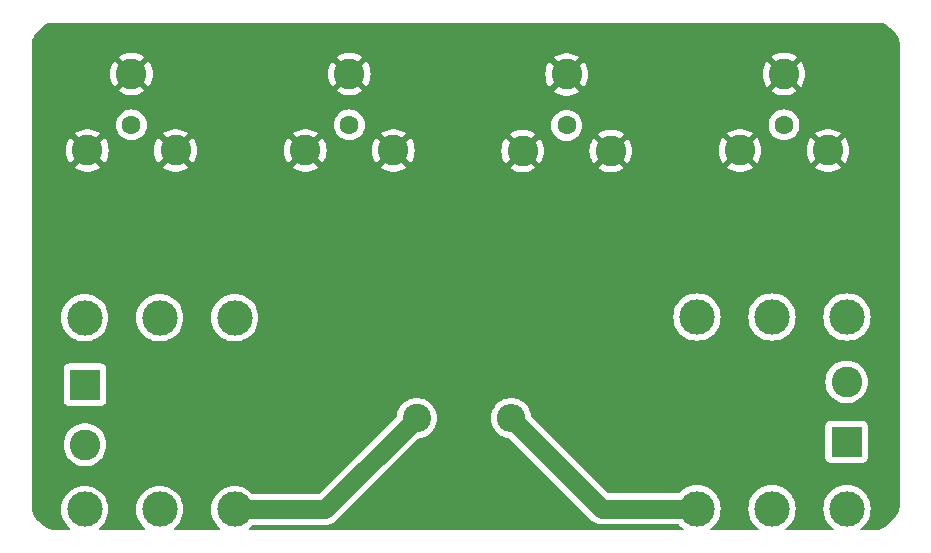
<source format=gbl>
G04 #@! TF.GenerationSoftware,KiCad,Pcbnew,7.0.7*
G04 #@! TF.CreationDate,2024-05-07T13:52:07+01:00*
G04 #@! TF.ProjectId,QA403 Impedance Fixture,51413430-3320-4496-9d70-6564616e6365,rev?*
G04 #@! TF.SameCoordinates,Original*
G04 #@! TF.FileFunction,Copper,L2,Bot*
G04 #@! TF.FilePolarity,Positive*
%FSLAX46Y46*%
G04 Gerber Fmt 4.6, Leading zero omitted, Abs format (unit mm)*
G04 Created by KiCad (PCBNEW 7.0.7) date 2024-05-07 13:52:07*
%MOMM*%
%LPD*%
G01*
G04 APERTURE LIST*
G04 #@! TA.AperFunction,ComponentPad*
%ADD10C,3.000000*%
G04 #@! TD*
G04 #@! TA.AperFunction,ComponentPad*
%ADD11R,2.600000X2.600000*%
G04 #@! TD*
G04 #@! TA.AperFunction,ComponentPad*
%ADD12C,2.600000*%
G04 #@! TD*
G04 #@! TA.AperFunction,ComponentPad*
%ADD13C,2.400000*%
G04 #@! TD*
G04 #@! TA.AperFunction,ComponentPad*
%ADD14O,2.400000X2.400000*%
G04 #@! TD*
G04 #@! TA.AperFunction,ComponentPad*
%ADD15C,1.605000*%
G04 #@! TD*
G04 #@! TA.AperFunction,ComponentPad*
%ADD16C,2.595000*%
G04 #@! TD*
G04 #@! TA.AperFunction,Conductor*
%ADD17C,0.800000*%
G04 #@! TD*
G04 #@! TA.AperFunction,Conductor*
%ADD18C,1.600000*%
G04 #@! TD*
G04 APERTURE END LIST*
D10*
X86835000Y-66730000D03*
X86835000Y-50500000D03*
X80485000Y-66730000D03*
D11*
X80519000Y-56168000D03*
D10*
X80485000Y-50500000D03*
X93185000Y-66730000D03*
D12*
X80519000Y-61248000D03*
D10*
X93185000Y-50500000D03*
X138684000Y-50438000D03*
X138684000Y-66668000D03*
X145034000Y-50438000D03*
D11*
X145000000Y-61000000D03*
D10*
X145034000Y-66668000D03*
X132334000Y-50438000D03*
D12*
X145000000Y-55920000D03*
D10*
X132334000Y-66668000D03*
D13*
X108600000Y-59000000D03*
D14*
X116600000Y-59000000D03*
D15*
X139700000Y-34165000D03*
D16*
X139700000Y-29845000D03*
X143430000Y-36325000D03*
X135970000Y-36325000D03*
D15*
X121300396Y-34210000D03*
D16*
X121300396Y-29890000D03*
X125030396Y-36370000D03*
X117570396Y-36370000D03*
D15*
X102900793Y-34165000D03*
D16*
X102900793Y-29845000D03*
X106630793Y-36325000D03*
X99170793Y-36325000D03*
D15*
X84455000Y-34165000D03*
D16*
X84455000Y-29845000D03*
X88185000Y-36325000D03*
X80725000Y-36325000D03*
D17*
X106630793Y-36325000D02*
X106725000Y-36325000D01*
X106725000Y-36325000D02*
X106800000Y-36400000D01*
D18*
X93185000Y-66730000D02*
X100870000Y-66730000D01*
X100870000Y-66730000D02*
X108600000Y-59000000D01*
X124268000Y-66668000D02*
X116600000Y-59000000D01*
X132334000Y-66668000D02*
X124268000Y-66668000D01*
G04 #@! TA.AperFunction,Conductor*
G36*
X147631106Y-25500191D02*
G01*
X147672018Y-25503410D01*
X147853606Y-25517701D01*
X147872816Y-25520744D01*
X148082722Y-25571138D01*
X148101214Y-25577146D01*
X148260399Y-25643083D01*
X148300650Y-25659756D01*
X148317987Y-25668590D01*
X148502035Y-25781375D01*
X148517776Y-25792811D01*
X148687490Y-25937760D01*
X148691066Y-25941066D01*
X149058933Y-26308933D01*
X149062239Y-26312509D01*
X149207188Y-26482223D01*
X149218624Y-26497964D01*
X149331409Y-26682012D01*
X149340243Y-26699349D01*
X149422850Y-26898778D01*
X149428863Y-26917284D01*
X149479254Y-27127178D01*
X149482298Y-27146396D01*
X149499809Y-27368894D01*
X149500000Y-27373760D01*
X149500000Y-66376239D01*
X149499809Y-66381105D01*
X149482298Y-66603603D01*
X149479254Y-66622821D01*
X149428863Y-66832715D01*
X149422850Y-66851221D01*
X149340243Y-67050650D01*
X149331409Y-67067987D01*
X149218624Y-67252035D01*
X149207188Y-67267776D01*
X149062239Y-67437490D01*
X149058933Y-67441066D01*
X148441066Y-68058933D01*
X148437490Y-68062239D01*
X148267776Y-68207188D01*
X148252035Y-68218624D01*
X148067987Y-68331409D01*
X148050650Y-68340243D01*
X147851221Y-68422850D01*
X147832715Y-68428863D01*
X147622821Y-68479254D01*
X147603603Y-68482298D01*
X147381106Y-68499809D01*
X147376240Y-68500000D01*
X146297480Y-68500000D01*
X146230441Y-68480315D01*
X146184686Y-68427511D01*
X146174742Y-68358353D01*
X146203767Y-68294797D01*
X146223170Y-68276733D01*
X146347387Y-68183745D01*
X146347387Y-68183744D01*
X146347395Y-68183739D01*
X146549739Y-67981395D01*
X146721226Y-67752315D01*
X146858367Y-67501161D01*
X146958369Y-67233046D01*
X147019196Y-66953428D01*
X147039610Y-66668000D01*
X147019196Y-66382572D01*
X147017818Y-66376239D01*
X146958371Y-66102962D01*
X146958370Y-66102960D01*
X146958369Y-66102954D01*
X146858367Y-65834839D01*
X146755083Y-65645690D01*
X146721229Y-65583690D01*
X146721224Y-65583682D01*
X146549745Y-65354612D01*
X146549729Y-65354594D01*
X146347405Y-65152270D01*
X146347387Y-65152254D01*
X146118317Y-64980775D01*
X146118309Y-64980770D01*
X145867166Y-64843635D01*
X145867167Y-64843635D01*
X145759915Y-64803632D01*
X145599046Y-64743631D01*
X145599043Y-64743630D01*
X145599037Y-64743628D01*
X145319433Y-64682804D01*
X145034001Y-64662390D01*
X145033999Y-64662390D01*
X144748566Y-64682804D01*
X144468962Y-64743628D01*
X144200833Y-64843635D01*
X143949690Y-64980770D01*
X143949682Y-64980775D01*
X143720612Y-65152254D01*
X143720594Y-65152270D01*
X143518270Y-65354594D01*
X143518254Y-65354612D01*
X143346775Y-65583682D01*
X143346770Y-65583690D01*
X143209635Y-65834833D01*
X143109628Y-66102962D01*
X143048804Y-66382566D01*
X143028390Y-66667998D01*
X143028390Y-66668001D01*
X143048804Y-66953433D01*
X143109628Y-67233037D01*
X143109630Y-67233043D01*
X143109631Y-67233046D01*
X143158500Y-67364068D01*
X143209635Y-67501166D01*
X143346770Y-67752309D01*
X143346775Y-67752317D01*
X143518254Y-67981387D01*
X143518270Y-67981405D01*
X143720594Y-68183729D01*
X143720612Y-68183745D01*
X143844830Y-68276733D01*
X143886702Y-68332666D01*
X143891686Y-68402358D01*
X143858201Y-68463681D01*
X143796878Y-68497166D01*
X143770520Y-68500000D01*
X139947480Y-68500000D01*
X139880441Y-68480315D01*
X139834686Y-68427511D01*
X139824742Y-68358353D01*
X139853767Y-68294797D01*
X139873170Y-68276733D01*
X139997387Y-68183745D01*
X139997387Y-68183744D01*
X139997395Y-68183739D01*
X140199739Y-67981395D01*
X140371226Y-67752315D01*
X140508367Y-67501161D01*
X140608369Y-67233046D01*
X140669196Y-66953428D01*
X140689610Y-66668000D01*
X140669196Y-66382572D01*
X140667818Y-66376239D01*
X140608371Y-66102962D01*
X140608370Y-66102960D01*
X140608369Y-66102954D01*
X140508367Y-65834839D01*
X140405083Y-65645690D01*
X140371229Y-65583690D01*
X140371224Y-65583682D01*
X140199745Y-65354612D01*
X140199729Y-65354594D01*
X139997405Y-65152270D01*
X139997387Y-65152254D01*
X139768317Y-64980775D01*
X139768309Y-64980770D01*
X139517166Y-64843635D01*
X139517167Y-64843635D01*
X139409914Y-64803632D01*
X139249046Y-64743631D01*
X139249043Y-64743630D01*
X139249037Y-64743628D01*
X138969433Y-64682804D01*
X138684001Y-64662390D01*
X138683999Y-64662390D01*
X138398566Y-64682804D01*
X138118962Y-64743628D01*
X137850833Y-64843635D01*
X137599690Y-64980770D01*
X137599682Y-64980775D01*
X137370612Y-65152254D01*
X137370594Y-65152270D01*
X137168270Y-65354594D01*
X137168254Y-65354612D01*
X136996775Y-65583682D01*
X136996770Y-65583690D01*
X136859635Y-65834833D01*
X136759628Y-66102962D01*
X136698804Y-66382566D01*
X136678390Y-66667998D01*
X136678390Y-66668001D01*
X136698804Y-66953433D01*
X136759628Y-67233037D01*
X136759630Y-67233043D01*
X136759631Y-67233046D01*
X136808500Y-67364068D01*
X136859635Y-67501166D01*
X136996770Y-67752309D01*
X136996775Y-67752317D01*
X137168254Y-67981387D01*
X137168270Y-67981405D01*
X137370594Y-68183729D01*
X137370612Y-68183745D01*
X137494830Y-68276733D01*
X137536702Y-68332666D01*
X137541686Y-68402358D01*
X137508201Y-68463681D01*
X137446878Y-68497166D01*
X137420520Y-68500000D01*
X133597480Y-68500000D01*
X133530441Y-68480315D01*
X133484686Y-68427511D01*
X133474742Y-68358353D01*
X133503767Y-68294797D01*
X133523170Y-68276733D01*
X133647387Y-68183745D01*
X133647387Y-68183744D01*
X133647395Y-68183739D01*
X133849739Y-67981395D01*
X134021226Y-67752315D01*
X134158367Y-67501161D01*
X134258369Y-67233046D01*
X134319196Y-66953428D01*
X134339610Y-66668000D01*
X134319196Y-66382572D01*
X134317818Y-66376239D01*
X134258371Y-66102962D01*
X134258370Y-66102960D01*
X134258369Y-66102954D01*
X134158367Y-65834839D01*
X134055083Y-65645690D01*
X134021229Y-65583690D01*
X134021224Y-65583682D01*
X133849745Y-65354612D01*
X133849729Y-65354594D01*
X133647405Y-65152270D01*
X133647387Y-65152254D01*
X133418317Y-64980775D01*
X133418309Y-64980770D01*
X133167166Y-64843635D01*
X133167167Y-64843635D01*
X133059915Y-64803632D01*
X132899046Y-64743631D01*
X132899043Y-64743630D01*
X132899037Y-64743628D01*
X132619433Y-64682804D01*
X132334001Y-64662390D01*
X132333999Y-64662390D01*
X132048566Y-64682804D01*
X131768962Y-64743628D01*
X131500833Y-64843635D01*
X131249690Y-64980770D01*
X131249682Y-64980775D01*
X131020612Y-65152254D01*
X131020594Y-65152270D01*
X130841684Y-65331181D01*
X130780361Y-65364666D01*
X130754003Y-65367500D01*
X124858047Y-65367500D01*
X124791008Y-65347815D01*
X124770366Y-65331181D01*
X121787055Y-62347870D01*
X143199500Y-62347870D01*
X143199501Y-62347876D01*
X143205908Y-62407483D01*
X143256202Y-62542328D01*
X143256206Y-62542335D01*
X143342452Y-62657544D01*
X143342455Y-62657547D01*
X143457664Y-62743793D01*
X143457671Y-62743797D01*
X143592517Y-62794091D01*
X143592516Y-62794091D01*
X143599444Y-62794835D01*
X143652127Y-62800500D01*
X146347872Y-62800499D01*
X146407483Y-62794091D01*
X146542331Y-62743796D01*
X146657546Y-62657546D01*
X146743796Y-62542331D01*
X146794091Y-62407483D01*
X146800500Y-62347873D01*
X146800499Y-59652128D01*
X146794091Y-59592517D01*
X146760565Y-59502630D01*
X146743797Y-59457671D01*
X146743793Y-59457664D01*
X146657547Y-59342455D01*
X146657544Y-59342452D01*
X146542335Y-59256206D01*
X146542328Y-59256202D01*
X146407482Y-59205908D01*
X146407483Y-59205908D01*
X146347883Y-59199501D01*
X146347881Y-59199500D01*
X146347873Y-59199500D01*
X146347864Y-59199500D01*
X143652129Y-59199500D01*
X143652123Y-59199501D01*
X143592516Y-59205908D01*
X143457671Y-59256202D01*
X143457664Y-59256206D01*
X143342455Y-59342452D01*
X143342452Y-59342455D01*
X143256206Y-59457664D01*
X143256202Y-59457671D01*
X143205908Y-59592517D01*
X143199501Y-59652116D01*
X143199501Y-59652123D01*
X143199500Y-59652135D01*
X143199500Y-62347870D01*
X121787055Y-62347870D01*
X118326953Y-58887768D01*
X118293468Y-58826445D01*
X118290981Y-58809351D01*
X118286222Y-58745845D01*
X118286223Y-58745845D01*
X118252460Y-58597922D01*
X118229508Y-58497363D01*
X118136393Y-58260112D01*
X118008959Y-58039388D01*
X117850050Y-57840123D01*
X117663217Y-57666768D01*
X117452634Y-57523195D01*
X117452630Y-57523193D01*
X117452627Y-57523191D01*
X117452626Y-57523190D01*
X117223006Y-57412612D01*
X117223008Y-57412612D01*
X116979466Y-57337489D01*
X116979462Y-57337488D01*
X116979458Y-57337487D01*
X116858231Y-57319214D01*
X116727440Y-57299500D01*
X116727435Y-57299500D01*
X116472565Y-57299500D01*
X116472559Y-57299500D01*
X116315609Y-57323157D01*
X116220542Y-57337487D01*
X116220538Y-57337488D01*
X116220539Y-57337488D01*
X116220533Y-57337489D01*
X115976992Y-57412612D01*
X115747373Y-57523190D01*
X115747372Y-57523191D01*
X115536782Y-57666768D01*
X115349952Y-57840121D01*
X115349950Y-57840123D01*
X115191041Y-58039388D01*
X115063608Y-58260109D01*
X114970492Y-58497362D01*
X114970490Y-58497369D01*
X114913777Y-58745845D01*
X114894732Y-58999995D01*
X114894732Y-59000004D01*
X114913777Y-59254154D01*
X114967086Y-59487718D01*
X114970492Y-59502637D01*
X115063607Y-59739888D01*
X115191041Y-59960612D01*
X115349950Y-60159877D01*
X115536783Y-60333232D01*
X115747366Y-60476805D01*
X115747371Y-60476807D01*
X115747372Y-60476808D01*
X115747373Y-60476809D01*
X115869328Y-60535538D01*
X115976992Y-60587387D01*
X115976993Y-60587387D01*
X115976996Y-60587389D01*
X116220542Y-60662513D01*
X116418971Y-60692421D01*
X116482327Y-60721877D01*
X116488169Y-60727355D01*
X123266301Y-67505486D01*
X123266330Y-67505517D01*
X123428858Y-67668045D01*
X123428861Y-67668047D01*
X123473334Y-67699187D01*
X123477622Y-67702477D01*
X123497430Y-67719097D01*
X123519215Y-67737377D01*
X123566256Y-67764536D01*
X123570783Y-67767421D01*
X123615266Y-67798568D01*
X123664476Y-67821515D01*
X123669246Y-67823998D01*
X123716285Y-67851156D01*
X123767291Y-67869720D01*
X123772292Y-67871791D01*
X123799875Y-67884653D01*
X123821504Y-67894739D01*
X123821505Y-67894739D01*
X123821507Y-67894740D01*
X123847770Y-67901776D01*
X123873946Y-67908790D01*
X123879101Y-67910415D01*
X123930121Y-67928985D01*
X123983609Y-67938416D01*
X123988847Y-67939577D01*
X124041308Y-67953635D01*
X124095397Y-67958367D01*
X124100724Y-67959067D01*
X124154221Y-67968501D01*
X124154224Y-67968501D01*
X124384312Y-67968501D01*
X124384336Y-67968500D01*
X130754003Y-67968500D01*
X130821042Y-67988185D01*
X130841684Y-68004819D01*
X131020594Y-68183729D01*
X131020612Y-68183745D01*
X131144830Y-68276733D01*
X131186702Y-68332666D01*
X131191686Y-68402358D01*
X131158201Y-68463681D01*
X131096878Y-68497166D01*
X131070520Y-68500000D01*
X94531302Y-68500000D01*
X94464263Y-68480315D01*
X94418508Y-68427511D01*
X94408564Y-68358353D01*
X94437589Y-68294797D01*
X94456987Y-68276736D01*
X94498395Y-68245739D01*
X94560405Y-68183729D01*
X94677316Y-68066819D01*
X94738639Y-68033334D01*
X94764997Y-68030500D01*
X100753664Y-68030500D01*
X100753688Y-68030501D01*
X100756221Y-68030501D01*
X100983775Y-68030501D01*
X100983779Y-68030501D01*
X101037280Y-68021066D01*
X101042597Y-68020367D01*
X101096692Y-68015635D01*
X101149163Y-68001574D01*
X101154381Y-68000417D01*
X101207880Y-67990985D01*
X101258924Y-67972405D01*
X101264029Y-67970796D01*
X101316496Y-67956739D01*
X101365714Y-67933786D01*
X101370685Y-67931728D01*
X101421715Y-67913156D01*
X101468736Y-67886007D01*
X101473522Y-67883514D01*
X101522734Y-67860568D01*
X101567203Y-67829429D01*
X101571770Y-67826521D01*
X101592908Y-67814317D01*
X101618786Y-67799377D01*
X101660389Y-67764466D01*
X101664652Y-67761195D01*
X101709139Y-67730047D01*
X101870047Y-67569139D01*
X101870047Y-67569137D01*
X101877108Y-67562077D01*
X101877114Y-67562070D01*
X108711830Y-60727353D01*
X108773151Y-60693870D01*
X108781008Y-60692424D01*
X108979458Y-60662513D01*
X109223004Y-60587389D01*
X109452634Y-60476805D01*
X109663217Y-60333232D01*
X109850050Y-60159877D01*
X110008959Y-59960612D01*
X110136393Y-59739888D01*
X110229508Y-59502637D01*
X110286222Y-59254157D01*
X110305268Y-59000000D01*
X110296857Y-58887767D01*
X110286222Y-58745845D01*
X110229509Y-58497371D01*
X110229508Y-58497363D01*
X110136393Y-58260112D01*
X110008959Y-58039388D01*
X109850050Y-57840123D01*
X109663217Y-57666768D01*
X109452634Y-57523195D01*
X109452630Y-57523193D01*
X109452627Y-57523191D01*
X109452626Y-57523190D01*
X109223006Y-57412612D01*
X109223008Y-57412612D01*
X108979466Y-57337489D01*
X108979462Y-57337488D01*
X108979458Y-57337487D01*
X108858231Y-57319214D01*
X108727440Y-57299500D01*
X108727435Y-57299500D01*
X108472565Y-57299500D01*
X108472559Y-57299500D01*
X108315609Y-57323157D01*
X108220542Y-57337487D01*
X108220538Y-57337488D01*
X108220539Y-57337488D01*
X108220533Y-57337489D01*
X107976992Y-57412612D01*
X107747373Y-57523190D01*
X107747372Y-57523191D01*
X107536782Y-57666768D01*
X107349952Y-57840121D01*
X107349950Y-57840123D01*
X107191041Y-58039388D01*
X107063608Y-58260109D01*
X106970492Y-58497362D01*
X106970489Y-58497371D01*
X106913777Y-58745844D01*
X106913776Y-58745856D01*
X106909018Y-58809352D01*
X106884379Y-58874733D01*
X106873046Y-58887767D01*
X100367634Y-65393181D01*
X100306311Y-65426666D01*
X100279953Y-65429500D01*
X94764997Y-65429500D01*
X94697958Y-65409815D01*
X94677316Y-65393181D01*
X94498405Y-65214270D01*
X94498387Y-65214254D01*
X94269317Y-65042775D01*
X94269309Y-65042770D01*
X94018166Y-64905635D01*
X94018167Y-64905635D01*
X93851933Y-64843633D01*
X93750046Y-64805631D01*
X93750043Y-64805630D01*
X93750037Y-64805628D01*
X93470433Y-64744804D01*
X93185001Y-64724390D01*
X93184999Y-64724390D01*
X92899566Y-64744804D01*
X92619962Y-64805628D01*
X92351833Y-64905635D01*
X92100690Y-65042770D01*
X92100682Y-65042775D01*
X91871612Y-65214254D01*
X91871594Y-65214270D01*
X91669270Y-65416594D01*
X91669254Y-65416612D01*
X91497775Y-65645682D01*
X91497770Y-65645690D01*
X91360635Y-65896833D01*
X91260628Y-66164962D01*
X91199804Y-66444566D01*
X91179390Y-66729998D01*
X91179390Y-66730001D01*
X91199804Y-67015433D01*
X91260628Y-67295037D01*
X91260630Y-67295043D01*
X91260631Y-67295046D01*
X91360229Y-67562077D01*
X91360635Y-67563166D01*
X91497770Y-67814309D01*
X91497775Y-67814317D01*
X91669254Y-68043387D01*
X91669270Y-68043405D01*
X91871594Y-68245729D01*
X91871603Y-68245737D01*
X91871605Y-68245739D01*
X91913009Y-68276733D01*
X91954880Y-68332666D01*
X91959864Y-68402357D01*
X91926380Y-68463681D01*
X91865057Y-68497166D01*
X91838698Y-68500000D01*
X88181302Y-68500000D01*
X88114263Y-68480315D01*
X88068508Y-68427511D01*
X88058564Y-68358353D01*
X88087589Y-68294797D01*
X88106987Y-68276736D01*
X88148395Y-68245739D01*
X88350739Y-68043395D01*
X88522226Y-67814315D01*
X88659367Y-67563161D01*
X88759369Y-67295046D01*
X88820196Y-67015428D01*
X88840610Y-66730000D01*
X88820196Y-66444572D01*
X88806707Y-66382566D01*
X88759371Y-66164962D01*
X88759370Y-66164960D01*
X88759369Y-66164954D01*
X88659367Y-65896839D01*
X88625512Y-65834839D01*
X88522229Y-65645690D01*
X88522224Y-65645682D01*
X88350745Y-65416612D01*
X88350729Y-65416594D01*
X88148405Y-65214270D01*
X88148387Y-65214254D01*
X87919317Y-65042775D01*
X87919309Y-65042770D01*
X87668166Y-64905635D01*
X87668167Y-64905635D01*
X87501933Y-64843633D01*
X87400046Y-64805631D01*
X87400043Y-64805630D01*
X87400037Y-64805628D01*
X87120433Y-64744804D01*
X86835001Y-64724390D01*
X86834999Y-64724390D01*
X86549566Y-64744804D01*
X86269962Y-64805628D01*
X86001833Y-64905635D01*
X85750690Y-65042770D01*
X85750682Y-65042775D01*
X85521612Y-65214254D01*
X85521594Y-65214270D01*
X85319270Y-65416594D01*
X85319254Y-65416612D01*
X85147775Y-65645682D01*
X85147770Y-65645690D01*
X85010635Y-65896833D01*
X84910628Y-66164962D01*
X84849804Y-66444566D01*
X84829390Y-66729998D01*
X84829390Y-66730001D01*
X84849804Y-67015433D01*
X84910628Y-67295037D01*
X84910630Y-67295043D01*
X84910631Y-67295046D01*
X85010229Y-67562077D01*
X85010635Y-67563166D01*
X85147770Y-67814309D01*
X85147775Y-67814317D01*
X85319254Y-68043387D01*
X85319270Y-68043405D01*
X85521594Y-68245729D01*
X85521603Y-68245737D01*
X85521605Y-68245739D01*
X85563009Y-68276733D01*
X85604880Y-68332666D01*
X85609864Y-68402357D01*
X85576380Y-68463681D01*
X85515057Y-68497166D01*
X85488698Y-68500000D01*
X81831302Y-68500000D01*
X81764263Y-68480315D01*
X81718508Y-68427511D01*
X81708564Y-68358353D01*
X81737589Y-68294797D01*
X81756987Y-68276736D01*
X81798395Y-68245739D01*
X82000739Y-68043395D01*
X82172226Y-67814315D01*
X82309367Y-67563161D01*
X82409369Y-67295046D01*
X82470196Y-67015428D01*
X82490610Y-66730000D01*
X82470196Y-66444572D01*
X82456707Y-66382566D01*
X82409371Y-66164962D01*
X82409370Y-66164960D01*
X82409369Y-66164954D01*
X82309367Y-65896839D01*
X82275512Y-65834839D01*
X82172229Y-65645690D01*
X82172224Y-65645682D01*
X82000745Y-65416612D01*
X82000729Y-65416594D01*
X81798405Y-65214270D01*
X81798387Y-65214254D01*
X81569317Y-65042775D01*
X81569309Y-65042770D01*
X81318166Y-64905635D01*
X81318167Y-64905635D01*
X81151933Y-64843633D01*
X81050046Y-64805631D01*
X81050043Y-64805630D01*
X81050037Y-64805628D01*
X80770433Y-64744804D01*
X80485001Y-64724390D01*
X80484999Y-64724390D01*
X80199566Y-64744804D01*
X79919962Y-64805628D01*
X79651833Y-64905635D01*
X79400690Y-65042770D01*
X79400682Y-65042775D01*
X79171612Y-65214254D01*
X79171594Y-65214270D01*
X78969270Y-65416594D01*
X78969254Y-65416612D01*
X78797775Y-65645682D01*
X78797770Y-65645690D01*
X78660635Y-65896833D01*
X78560628Y-66164962D01*
X78499804Y-66444566D01*
X78479390Y-66729998D01*
X78479390Y-66730001D01*
X78499804Y-67015433D01*
X78560628Y-67295037D01*
X78560630Y-67295043D01*
X78560631Y-67295046D01*
X78660229Y-67562077D01*
X78660635Y-67563166D01*
X78797770Y-67814309D01*
X78797775Y-67814317D01*
X78969254Y-68043387D01*
X78969270Y-68043405D01*
X79171594Y-68245729D01*
X79171603Y-68245737D01*
X79171605Y-68245739D01*
X79213009Y-68276733D01*
X79254880Y-68332666D01*
X79259864Y-68402357D01*
X79226380Y-68463681D01*
X79165057Y-68497166D01*
X79138698Y-68500000D01*
X78045773Y-68500000D01*
X78040393Y-68499766D01*
X77794611Y-68478368D01*
X77773425Y-68474651D01*
X77542865Y-68413187D01*
X77522640Y-68405864D01*
X77515079Y-68402358D01*
X77306180Y-68305486D01*
X77287524Y-68294778D01*
X77085002Y-68153865D01*
X77080720Y-68150600D01*
X76991245Y-68076037D01*
X76541787Y-67701489D01*
X76537792Y-67697851D01*
X76361275Y-67522408D01*
X76347288Y-67505830D01*
X76208759Y-67308986D01*
X76197872Y-67290218D01*
X76187361Y-67267776D01*
X76095774Y-67072234D01*
X76088331Y-67051872D01*
X76025791Y-66819418D01*
X76022013Y-66798079D01*
X76000237Y-66550144D01*
X76000000Y-66544724D01*
X76000000Y-61248004D01*
X78713451Y-61248004D01*
X78733616Y-61517101D01*
X78793664Y-61780188D01*
X78793666Y-61780195D01*
X78892257Y-62031398D01*
X79027185Y-62265102D01*
X79093201Y-62347883D01*
X79195442Y-62476089D01*
X79382183Y-62649358D01*
X79393259Y-62659635D01*
X79616226Y-62811651D01*
X79859359Y-62928738D01*
X80117228Y-63008280D01*
X80117229Y-63008280D01*
X80117232Y-63008281D01*
X80384063Y-63048499D01*
X80384068Y-63048499D01*
X80384071Y-63048500D01*
X80384072Y-63048500D01*
X80653928Y-63048500D01*
X80653929Y-63048500D01*
X80653936Y-63048499D01*
X80920767Y-63008281D01*
X80920768Y-63008280D01*
X80920772Y-63008280D01*
X81178641Y-62928738D01*
X81421775Y-62811651D01*
X81644741Y-62659635D01*
X81842561Y-62476085D01*
X82010815Y-62265102D01*
X82145743Y-62031398D01*
X82244334Y-61780195D01*
X82304383Y-61517103D01*
X82324549Y-61248000D01*
X82304383Y-60978897D01*
X82244334Y-60715805D01*
X82145743Y-60464602D01*
X82010815Y-60230898D01*
X81842561Y-60019915D01*
X81842560Y-60019914D01*
X81842557Y-60019910D01*
X81644741Y-59836365D01*
X81503238Y-59739890D01*
X81421775Y-59684349D01*
X81421769Y-59684346D01*
X81421768Y-59684345D01*
X81421767Y-59684344D01*
X81178643Y-59567263D01*
X81178645Y-59567263D01*
X80920773Y-59487720D01*
X80920767Y-59487718D01*
X80653936Y-59447500D01*
X80653929Y-59447500D01*
X80384071Y-59447500D01*
X80384063Y-59447500D01*
X80117232Y-59487718D01*
X80117226Y-59487720D01*
X79859358Y-59567262D01*
X79616230Y-59684346D01*
X79393258Y-59836365D01*
X79195442Y-60019910D01*
X79027185Y-60230898D01*
X78892258Y-60464599D01*
X78892256Y-60464603D01*
X78793666Y-60715804D01*
X78793664Y-60715811D01*
X78733616Y-60978898D01*
X78713451Y-61247995D01*
X78713451Y-61248004D01*
X76000000Y-61248004D01*
X76000000Y-57515870D01*
X78718500Y-57515870D01*
X78718501Y-57515876D01*
X78724908Y-57575483D01*
X78775202Y-57710328D01*
X78775206Y-57710335D01*
X78861452Y-57825544D01*
X78861455Y-57825547D01*
X78976664Y-57911793D01*
X78976671Y-57911797D01*
X79111517Y-57962091D01*
X79111516Y-57962091D01*
X79118444Y-57962835D01*
X79171127Y-57968500D01*
X81866872Y-57968499D01*
X81926483Y-57962091D01*
X82061331Y-57911796D01*
X82176546Y-57825546D01*
X82262796Y-57710331D01*
X82313091Y-57575483D01*
X82319500Y-57515873D01*
X82319499Y-55920004D01*
X143194451Y-55920004D01*
X143214616Y-56189101D01*
X143274664Y-56452188D01*
X143274666Y-56452195D01*
X143373257Y-56703398D01*
X143508185Y-56937102D01*
X143644080Y-57107509D01*
X143676442Y-57148089D01*
X143839626Y-57299500D01*
X143874259Y-57331635D01*
X144097226Y-57483651D01*
X144340359Y-57600738D01*
X144598228Y-57680280D01*
X144598229Y-57680280D01*
X144598232Y-57680281D01*
X144865063Y-57720499D01*
X144865068Y-57720499D01*
X144865071Y-57720500D01*
X144865072Y-57720500D01*
X145134928Y-57720500D01*
X145134929Y-57720500D01*
X145202370Y-57710335D01*
X145401767Y-57680281D01*
X145401768Y-57680280D01*
X145401772Y-57680280D01*
X145659641Y-57600738D01*
X145902775Y-57483651D01*
X146125741Y-57331635D01*
X146323561Y-57148085D01*
X146491815Y-56937102D01*
X146626743Y-56703398D01*
X146725334Y-56452195D01*
X146785383Y-56189103D01*
X146805549Y-55920000D01*
X146785383Y-55650897D01*
X146725334Y-55387805D01*
X146626743Y-55136602D01*
X146491815Y-54902898D01*
X146323561Y-54691915D01*
X146323560Y-54691914D01*
X146323557Y-54691910D01*
X146125741Y-54508365D01*
X145902775Y-54356349D01*
X145902769Y-54356346D01*
X145902768Y-54356345D01*
X145902767Y-54356344D01*
X145659643Y-54239263D01*
X145659645Y-54239263D01*
X145401773Y-54159720D01*
X145401767Y-54159718D01*
X145134936Y-54119500D01*
X145134929Y-54119500D01*
X144865071Y-54119500D01*
X144865063Y-54119500D01*
X144598232Y-54159718D01*
X144598226Y-54159720D01*
X144340358Y-54239262D01*
X144097230Y-54356346D01*
X143874258Y-54508365D01*
X143676442Y-54691910D01*
X143508185Y-54902898D01*
X143373258Y-55136599D01*
X143373256Y-55136603D01*
X143274666Y-55387804D01*
X143274664Y-55387811D01*
X143214616Y-55650898D01*
X143194451Y-55919995D01*
X143194451Y-55920004D01*
X82319499Y-55920004D01*
X82319499Y-54820128D01*
X82313091Y-54760517D01*
X82287502Y-54691910D01*
X82262797Y-54625671D01*
X82262793Y-54625664D01*
X82176547Y-54510455D01*
X82176544Y-54510452D01*
X82061335Y-54424206D01*
X82061328Y-54424202D01*
X81926482Y-54373908D01*
X81926483Y-54373908D01*
X81866883Y-54367501D01*
X81866881Y-54367500D01*
X81866873Y-54367500D01*
X81866864Y-54367500D01*
X79171129Y-54367500D01*
X79171123Y-54367501D01*
X79111516Y-54373908D01*
X78976671Y-54424202D01*
X78976664Y-54424206D01*
X78861455Y-54510452D01*
X78861452Y-54510455D01*
X78775206Y-54625664D01*
X78775202Y-54625671D01*
X78724908Y-54760517D01*
X78718501Y-54820116D01*
X78718501Y-54820123D01*
X78718500Y-54820135D01*
X78718500Y-57515870D01*
X76000000Y-57515870D01*
X76000000Y-50500001D01*
X78479390Y-50500001D01*
X78499804Y-50785433D01*
X78560628Y-51065037D01*
X78660635Y-51333166D01*
X78797770Y-51584309D01*
X78797775Y-51584317D01*
X78969254Y-51813387D01*
X78969270Y-51813405D01*
X79171594Y-52015729D01*
X79171612Y-52015745D01*
X79400682Y-52187224D01*
X79400690Y-52187229D01*
X79651833Y-52324364D01*
X79651832Y-52324364D01*
X79651836Y-52324365D01*
X79651839Y-52324367D01*
X79919954Y-52424369D01*
X79919960Y-52424370D01*
X79919962Y-52424371D01*
X80199566Y-52485195D01*
X80199568Y-52485195D01*
X80199572Y-52485196D01*
X80453220Y-52503337D01*
X80484999Y-52505610D01*
X80485000Y-52505610D01*
X80485001Y-52505610D01*
X80513595Y-52503564D01*
X80770428Y-52485196D01*
X80961597Y-52443610D01*
X81050037Y-52424371D01*
X81050037Y-52424370D01*
X81050046Y-52424369D01*
X81318161Y-52324367D01*
X81569315Y-52187226D01*
X81798395Y-52015739D01*
X82000739Y-51813395D01*
X82172226Y-51584315D01*
X82309367Y-51333161D01*
X82409369Y-51065046D01*
X82470196Y-50785428D01*
X82490610Y-50500001D01*
X84829390Y-50500001D01*
X84849804Y-50785433D01*
X84910628Y-51065037D01*
X85010635Y-51333166D01*
X85147770Y-51584309D01*
X85147775Y-51584317D01*
X85319254Y-51813387D01*
X85319270Y-51813405D01*
X85521594Y-52015729D01*
X85521612Y-52015745D01*
X85750682Y-52187224D01*
X85750690Y-52187229D01*
X86001833Y-52324364D01*
X86001832Y-52324364D01*
X86001836Y-52324365D01*
X86001839Y-52324367D01*
X86269954Y-52424369D01*
X86269960Y-52424370D01*
X86269962Y-52424371D01*
X86549566Y-52485195D01*
X86549568Y-52485195D01*
X86549572Y-52485196D01*
X86803220Y-52503337D01*
X86834999Y-52505610D01*
X86835000Y-52505610D01*
X86835001Y-52505610D01*
X86863595Y-52503564D01*
X87120428Y-52485196D01*
X87311597Y-52443610D01*
X87400037Y-52424371D01*
X87400037Y-52424370D01*
X87400046Y-52424369D01*
X87668161Y-52324367D01*
X87919315Y-52187226D01*
X88148395Y-52015739D01*
X88350739Y-51813395D01*
X88522226Y-51584315D01*
X88659367Y-51333161D01*
X88759369Y-51065046D01*
X88820196Y-50785428D01*
X88840610Y-50500001D01*
X91179390Y-50500001D01*
X91199804Y-50785433D01*
X91260628Y-51065037D01*
X91360635Y-51333166D01*
X91497770Y-51584309D01*
X91497775Y-51584317D01*
X91669254Y-51813387D01*
X91669270Y-51813405D01*
X91871594Y-52015729D01*
X91871612Y-52015745D01*
X92100682Y-52187224D01*
X92100690Y-52187229D01*
X92351833Y-52324364D01*
X92351832Y-52324364D01*
X92351836Y-52324365D01*
X92351839Y-52324367D01*
X92619954Y-52424369D01*
X92619960Y-52424370D01*
X92619962Y-52424371D01*
X92899566Y-52485195D01*
X92899568Y-52485195D01*
X92899572Y-52485196D01*
X93153220Y-52503337D01*
X93184999Y-52505610D01*
X93185000Y-52505610D01*
X93185001Y-52505610D01*
X93213595Y-52503564D01*
X93470428Y-52485196D01*
X93661597Y-52443610D01*
X93750037Y-52424371D01*
X93750037Y-52424370D01*
X93750046Y-52424369D01*
X94018161Y-52324367D01*
X94269315Y-52187226D01*
X94498395Y-52015739D01*
X94700739Y-51813395D01*
X94872226Y-51584315D01*
X95009367Y-51333161D01*
X95109369Y-51065046D01*
X95170196Y-50785428D01*
X95190610Y-50500000D01*
X95186176Y-50438001D01*
X130328390Y-50438001D01*
X130348804Y-50723433D01*
X130409628Y-51003037D01*
X130509635Y-51271166D01*
X130646770Y-51522309D01*
X130646775Y-51522317D01*
X130818254Y-51751387D01*
X130818270Y-51751405D01*
X131020594Y-51953729D01*
X131020612Y-51953745D01*
X131249682Y-52125224D01*
X131249690Y-52125229D01*
X131500833Y-52262364D01*
X131500832Y-52262364D01*
X131500836Y-52262365D01*
X131500839Y-52262367D01*
X131768954Y-52362369D01*
X131768960Y-52362370D01*
X131768962Y-52362371D01*
X132048566Y-52423195D01*
X132048568Y-52423195D01*
X132048572Y-52423196D01*
X132302220Y-52441337D01*
X132333999Y-52443610D01*
X132334000Y-52443610D01*
X132334001Y-52443610D01*
X132362595Y-52441564D01*
X132619428Y-52423196D01*
X132899046Y-52362369D01*
X133167161Y-52262367D01*
X133418315Y-52125226D01*
X133647395Y-51953739D01*
X133849739Y-51751395D01*
X134021226Y-51522315D01*
X134158367Y-51271161D01*
X134258369Y-51003046D01*
X134319196Y-50723428D01*
X134339610Y-50438001D01*
X136678390Y-50438001D01*
X136698804Y-50723433D01*
X136759628Y-51003037D01*
X136859635Y-51271166D01*
X136996770Y-51522309D01*
X136996775Y-51522317D01*
X137168254Y-51751387D01*
X137168270Y-51751405D01*
X137370594Y-51953729D01*
X137370612Y-51953745D01*
X137599682Y-52125224D01*
X137599690Y-52125229D01*
X137850833Y-52262364D01*
X137850832Y-52262364D01*
X137850836Y-52262365D01*
X137850839Y-52262367D01*
X138118954Y-52362369D01*
X138118960Y-52362370D01*
X138118962Y-52362371D01*
X138398566Y-52423195D01*
X138398568Y-52423195D01*
X138398572Y-52423196D01*
X138652220Y-52441337D01*
X138683999Y-52443610D01*
X138684000Y-52443610D01*
X138684001Y-52443610D01*
X138712595Y-52441564D01*
X138969428Y-52423196D01*
X139249046Y-52362369D01*
X139517161Y-52262367D01*
X139768315Y-52125226D01*
X139997395Y-51953739D01*
X140199739Y-51751395D01*
X140371226Y-51522315D01*
X140508367Y-51271161D01*
X140608369Y-51003046D01*
X140669196Y-50723428D01*
X140689610Y-50438001D01*
X143028390Y-50438001D01*
X143048804Y-50723433D01*
X143109628Y-51003037D01*
X143209635Y-51271166D01*
X143346770Y-51522309D01*
X143346775Y-51522317D01*
X143518254Y-51751387D01*
X143518270Y-51751405D01*
X143720594Y-51953729D01*
X143720612Y-51953745D01*
X143949682Y-52125224D01*
X143949690Y-52125229D01*
X144200833Y-52262364D01*
X144200832Y-52262364D01*
X144200836Y-52262365D01*
X144200839Y-52262367D01*
X144468954Y-52362369D01*
X144468960Y-52362370D01*
X144468962Y-52362371D01*
X144748566Y-52423195D01*
X144748568Y-52423195D01*
X144748572Y-52423196D01*
X145002220Y-52441337D01*
X145033999Y-52443610D01*
X145034000Y-52443610D01*
X145034001Y-52443610D01*
X145062595Y-52441564D01*
X145319428Y-52423196D01*
X145599046Y-52362369D01*
X145867161Y-52262367D01*
X146118315Y-52125226D01*
X146347395Y-51953739D01*
X146549739Y-51751395D01*
X146721226Y-51522315D01*
X146858367Y-51271161D01*
X146958369Y-51003046D01*
X147019196Y-50723428D01*
X147039610Y-50438000D01*
X147019196Y-50152572D01*
X146971856Y-49934954D01*
X146958371Y-49872962D01*
X146958370Y-49872960D01*
X146958369Y-49872954D01*
X146858367Y-49604839D01*
X146755083Y-49415690D01*
X146721229Y-49353690D01*
X146721224Y-49353682D01*
X146549745Y-49124612D01*
X146549729Y-49124594D01*
X146347405Y-48922270D01*
X146347387Y-48922254D01*
X146118317Y-48750775D01*
X146118309Y-48750770D01*
X145867166Y-48613635D01*
X145867167Y-48613635D01*
X145759914Y-48573632D01*
X145599046Y-48513631D01*
X145599043Y-48513630D01*
X145599037Y-48513628D01*
X145319433Y-48452804D01*
X145034001Y-48432390D01*
X145033999Y-48432390D01*
X144748566Y-48452804D01*
X144468962Y-48513628D01*
X144200833Y-48613635D01*
X143949690Y-48750770D01*
X143949682Y-48750775D01*
X143720612Y-48922254D01*
X143720594Y-48922270D01*
X143518270Y-49124594D01*
X143518254Y-49124612D01*
X143346775Y-49353682D01*
X143346770Y-49353690D01*
X143209635Y-49604833D01*
X143109628Y-49872962D01*
X143048804Y-50152566D01*
X143028390Y-50437998D01*
X143028390Y-50438001D01*
X140689610Y-50438001D01*
X140689610Y-50438000D01*
X140669196Y-50152572D01*
X140621856Y-49934954D01*
X140608371Y-49872962D01*
X140608370Y-49872960D01*
X140608369Y-49872954D01*
X140508367Y-49604839D01*
X140405083Y-49415690D01*
X140371229Y-49353690D01*
X140371224Y-49353682D01*
X140199745Y-49124612D01*
X140199729Y-49124594D01*
X139997405Y-48922270D01*
X139997387Y-48922254D01*
X139768317Y-48750775D01*
X139768309Y-48750770D01*
X139517166Y-48613635D01*
X139517167Y-48613635D01*
X139409914Y-48573632D01*
X139249046Y-48513631D01*
X139249043Y-48513630D01*
X139249037Y-48513628D01*
X138969433Y-48452804D01*
X138684001Y-48432390D01*
X138683999Y-48432390D01*
X138398566Y-48452804D01*
X138118962Y-48513628D01*
X137850833Y-48613635D01*
X137599690Y-48750770D01*
X137599682Y-48750775D01*
X137370612Y-48922254D01*
X137370594Y-48922270D01*
X137168270Y-49124594D01*
X137168254Y-49124612D01*
X136996775Y-49353682D01*
X136996770Y-49353690D01*
X136859635Y-49604833D01*
X136759628Y-49872962D01*
X136698804Y-50152566D01*
X136678390Y-50437998D01*
X136678390Y-50438001D01*
X134339610Y-50438001D01*
X134339610Y-50438000D01*
X134319196Y-50152572D01*
X134271856Y-49934954D01*
X134258371Y-49872962D01*
X134258370Y-49872960D01*
X134258369Y-49872954D01*
X134158367Y-49604839D01*
X134055083Y-49415690D01*
X134021229Y-49353690D01*
X134021224Y-49353682D01*
X133849745Y-49124612D01*
X133849729Y-49124594D01*
X133647405Y-48922270D01*
X133647387Y-48922254D01*
X133418317Y-48750775D01*
X133418309Y-48750770D01*
X133167166Y-48613635D01*
X133167167Y-48613635D01*
X133059914Y-48573632D01*
X132899046Y-48513631D01*
X132899043Y-48513630D01*
X132899037Y-48513628D01*
X132619433Y-48452804D01*
X132334001Y-48432390D01*
X132333999Y-48432390D01*
X132048566Y-48452804D01*
X131768962Y-48513628D01*
X131500833Y-48613635D01*
X131249690Y-48750770D01*
X131249682Y-48750775D01*
X131020612Y-48922254D01*
X131020594Y-48922270D01*
X130818270Y-49124594D01*
X130818254Y-49124612D01*
X130646775Y-49353682D01*
X130646770Y-49353690D01*
X130509635Y-49604833D01*
X130409628Y-49872962D01*
X130348804Y-50152566D01*
X130328390Y-50437998D01*
X130328390Y-50438001D01*
X95186176Y-50438001D01*
X95170196Y-50214572D01*
X95156707Y-50152566D01*
X95109371Y-49934962D01*
X95109370Y-49934960D01*
X95109369Y-49934954D01*
X95009367Y-49666839D01*
X94975512Y-49604839D01*
X94872229Y-49415690D01*
X94872224Y-49415682D01*
X94700745Y-49186612D01*
X94700729Y-49186594D01*
X94498405Y-48984270D01*
X94498387Y-48984254D01*
X94269317Y-48812775D01*
X94269309Y-48812770D01*
X94018166Y-48675635D01*
X94018167Y-48675635D01*
X93851933Y-48613633D01*
X93750046Y-48575631D01*
X93750043Y-48575630D01*
X93750037Y-48575628D01*
X93470433Y-48514804D01*
X93185001Y-48494390D01*
X93184999Y-48494390D01*
X92899566Y-48514804D01*
X92619962Y-48575628D01*
X92351833Y-48675635D01*
X92100690Y-48812770D01*
X92100682Y-48812775D01*
X91871612Y-48984254D01*
X91871594Y-48984270D01*
X91669270Y-49186594D01*
X91669254Y-49186612D01*
X91497775Y-49415682D01*
X91497770Y-49415690D01*
X91360635Y-49666833D01*
X91260628Y-49934962D01*
X91199804Y-50214566D01*
X91179390Y-50499998D01*
X91179390Y-50500001D01*
X88840610Y-50500001D01*
X88840610Y-50500000D01*
X88820196Y-50214572D01*
X88806707Y-50152566D01*
X88759371Y-49934962D01*
X88759370Y-49934960D01*
X88759369Y-49934954D01*
X88659367Y-49666839D01*
X88625512Y-49604839D01*
X88522229Y-49415690D01*
X88522224Y-49415682D01*
X88350745Y-49186612D01*
X88350729Y-49186594D01*
X88148405Y-48984270D01*
X88148387Y-48984254D01*
X87919317Y-48812775D01*
X87919309Y-48812770D01*
X87668166Y-48675635D01*
X87668167Y-48675635D01*
X87501933Y-48613633D01*
X87400046Y-48575631D01*
X87400043Y-48575630D01*
X87400037Y-48575628D01*
X87120433Y-48514804D01*
X86835001Y-48494390D01*
X86834999Y-48494390D01*
X86549566Y-48514804D01*
X86269962Y-48575628D01*
X86001833Y-48675635D01*
X85750690Y-48812770D01*
X85750682Y-48812775D01*
X85521612Y-48984254D01*
X85521594Y-48984270D01*
X85319270Y-49186594D01*
X85319254Y-49186612D01*
X85147775Y-49415682D01*
X85147770Y-49415690D01*
X85010635Y-49666833D01*
X84910628Y-49934962D01*
X84849804Y-50214566D01*
X84829390Y-50499998D01*
X84829390Y-50500001D01*
X82490610Y-50500001D01*
X82490610Y-50500000D01*
X82470196Y-50214572D01*
X82456707Y-50152566D01*
X82409371Y-49934962D01*
X82409370Y-49934960D01*
X82409369Y-49934954D01*
X82309367Y-49666839D01*
X82275512Y-49604839D01*
X82172229Y-49415690D01*
X82172224Y-49415682D01*
X82000745Y-49186612D01*
X82000729Y-49186594D01*
X81798405Y-48984270D01*
X81798387Y-48984254D01*
X81569317Y-48812775D01*
X81569309Y-48812770D01*
X81318166Y-48675635D01*
X81318167Y-48675635D01*
X81151933Y-48613633D01*
X81050046Y-48575631D01*
X81050043Y-48575630D01*
X81050037Y-48575628D01*
X80770433Y-48514804D01*
X80485001Y-48494390D01*
X80484999Y-48494390D01*
X80199566Y-48514804D01*
X79919962Y-48575628D01*
X79651833Y-48675635D01*
X79400690Y-48812770D01*
X79400682Y-48812775D01*
X79171612Y-48984254D01*
X79171594Y-48984270D01*
X78969270Y-49186594D01*
X78969254Y-49186612D01*
X78797775Y-49415682D01*
X78797770Y-49415690D01*
X78660635Y-49666833D01*
X78560628Y-49934962D01*
X78499804Y-50214566D01*
X78479390Y-50499998D01*
X78479390Y-50500001D01*
X76000000Y-50500001D01*
X76000000Y-36325004D01*
X78922460Y-36325004D01*
X78942591Y-36593645D01*
X78942592Y-36593650D01*
X79002538Y-36856294D01*
X79002544Y-36856313D01*
X79100968Y-37107093D01*
X79100967Y-37107093D01*
X79235671Y-37340406D01*
X79289073Y-37407372D01*
X79853834Y-36842611D01*
X79915157Y-36809126D01*
X79984848Y-36814110D01*
X80036023Y-36850016D01*
X80126631Y-36956688D01*
X80126632Y-36956689D01*
X80195486Y-37009030D01*
X80236942Y-37065270D01*
X80241412Y-37134996D01*
X80208125Y-37195426D01*
X79641647Y-37761903D01*
X79823729Y-37886044D01*
X79823733Y-37886046D01*
X80066457Y-38002936D01*
X80323895Y-38082346D01*
X80323901Y-38082348D01*
X80590288Y-38122499D01*
X80590297Y-38122500D01*
X80859703Y-38122500D01*
X80859711Y-38122499D01*
X81126098Y-38082348D01*
X81126104Y-38082346D01*
X81383542Y-38002936D01*
X81626265Y-37886047D01*
X81808351Y-37761903D01*
X81245395Y-37198948D01*
X81211910Y-37137625D01*
X81216894Y-37067934D01*
X81247802Y-37021243D01*
X81251561Y-37017682D01*
X81251563Y-37017681D01*
X81388158Y-36888291D01*
X81406452Y-36861308D01*
X81460364Y-36816868D01*
X81529746Y-36808628D01*
X81592569Y-36839208D01*
X81596767Y-36843214D01*
X82160925Y-37407372D01*
X82214327Y-37340406D01*
X82349031Y-37107093D01*
X82447455Y-36856313D01*
X82447461Y-36856294D01*
X82507407Y-36593650D01*
X82507408Y-36593645D01*
X82527540Y-36325004D01*
X86382460Y-36325004D01*
X86402591Y-36593645D01*
X86402592Y-36593650D01*
X86462538Y-36856294D01*
X86462544Y-36856313D01*
X86560968Y-37107093D01*
X86560967Y-37107093D01*
X86695671Y-37340406D01*
X86749073Y-37407372D01*
X87313834Y-36842611D01*
X87375157Y-36809126D01*
X87444848Y-36814110D01*
X87496023Y-36850016D01*
X87586631Y-36956688D01*
X87586632Y-36956689D01*
X87655486Y-37009030D01*
X87696942Y-37065270D01*
X87701412Y-37134996D01*
X87668125Y-37195426D01*
X87101647Y-37761903D01*
X87283729Y-37886044D01*
X87283733Y-37886046D01*
X87526457Y-38002936D01*
X87783895Y-38082346D01*
X87783901Y-38082348D01*
X88050288Y-38122499D01*
X88050297Y-38122500D01*
X88319703Y-38122500D01*
X88319711Y-38122499D01*
X88586098Y-38082348D01*
X88586104Y-38082346D01*
X88843542Y-38002936D01*
X89086265Y-37886047D01*
X89268351Y-37761903D01*
X88705395Y-37198948D01*
X88671910Y-37137625D01*
X88676894Y-37067934D01*
X88707802Y-37021243D01*
X88711561Y-37017682D01*
X88711563Y-37017681D01*
X88848158Y-36888291D01*
X88866452Y-36861308D01*
X88920364Y-36816868D01*
X88989746Y-36808628D01*
X89052569Y-36839208D01*
X89056767Y-36843214D01*
X89620925Y-37407372D01*
X89674327Y-37340406D01*
X89809031Y-37107093D01*
X89907455Y-36856313D01*
X89907461Y-36856294D01*
X89967407Y-36593650D01*
X89967408Y-36593645D01*
X89987540Y-36325004D01*
X97368253Y-36325004D01*
X97388384Y-36593645D01*
X97388385Y-36593650D01*
X97448331Y-36856294D01*
X97448337Y-36856313D01*
X97546761Y-37107093D01*
X97546760Y-37107093D01*
X97681464Y-37340406D01*
X97734866Y-37407372D01*
X98299627Y-36842611D01*
X98360950Y-36809126D01*
X98430641Y-36814110D01*
X98481816Y-36850016D01*
X98572424Y-36956688D01*
X98572425Y-36956689D01*
X98641279Y-37009030D01*
X98682735Y-37065270D01*
X98687205Y-37134996D01*
X98653918Y-37195426D01*
X98087440Y-37761903D01*
X98269522Y-37886044D01*
X98269526Y-37886046D01*
X98512250Y-38002936D01*
X98769688Y-38082346D01*
X98769694Y-38082348D01*
X99036081Y-38122499D01*
X99036090Y-38122500D01*
X99305496Y-38122500D01*
X99305504Y-38122499D01*
X99571891Y-38082348D01*
X99571897Y-38082346D01*
X99829335Y-38002936D01*
X100072058Y-37886047D01*
X100254144Y-37761903D01*
X99691188Y-37198948D01*
X99657703Y-37137625D01*
X99662687Y-37067934D01*
X99693595Y-37021243D01*
X99697354Y-37017682D01*
X99697356Y-37017681D01*
X99833951Y-36888291D01*
X99852245Y-36861308D01*
X99906157Y-36816868D01*
X99975539Y-36808628D01*
X100038362Y-36839208D01*
X100042560Y-36843214D01*
X100606718Y-37407372D01*
X100660120Y-37340406D01*
X100794824Y-37107093D01*
X100893248Y-36856313D01*
X100893254Y-36856294D01*
X100953200Y-36593650D01*
X100953201Y-36593645D01*
X100973333Y-36325004D01*
X104828253Y-36325004D01*
X104848384Y-36593645D01*
X104848385Y-36593650D01*
X104908331Y-36856294D01*
X104908337Y-36856313D01*
X105006761Y-37107093D01*
X105006760Y-37107093D01*
X105141464Y-37340406D01*
X105194866Y-37407372D01*
X105759627Y-36842611D01*
X105820950Y-36809126D01*
X105890641Y-36814110D01*
X105941816Y-36850016D01*
X106032424Y-36956688D01*
X106032425Y-36956689D01*
X106101279Y-37009030D01*
X106142735Y-37065270D01*
X106147205Y-37134996D01*
X106113918Y-37195426D01*
X105547440Y-37761903D01*
X105729522Y-37886044D01*
X105729526Y-37886046D01*
X105972250Y-38002936D01*
X106229688Y-38082346D01*
X106229694Y-38082348D01*
X106496081Y-38122499D01*
X106496090Y-38122500D01*
X106765496Y-38122500D01*
X106765504Y-38122499D01*
X107031891Y-38082348D01*
X107031897Y-38082346D01*
X107289335Y-38002936D01*
X107532058Y-37886047D01*
X107714144Y-37761903D01*
X107151188Y-37198948D01*
X107117703Y-37137625D01*
X107122687Y-37067934D01*
X107153595Y-37021243D01*
X107157354Y-37017682D01*
X107157356Y-37017681D01*
X107293951Y-36888291D01*
X107312245Y-36861308D01*
X107366157Y-36816868D01*
X107435539Y-36808628D01*
X107498362Y-36839208D01*
X107502560Y-36843214D01*
X108066718Y-37407372D01*
X108120120Y-37340406D01*
X108254824Y-37107093D01*
X108353248Y-36856313D01*
X108353254Y-36856294D01*
X108413200Y-36593650D01*
X108413201Y-36593645D01*
X108429961Y-36370004D01*
X115767856Y-36370004D01*
X115787987Y-36638645D01*
X115787988Y-36638650D01*
X115847934Y-36901294D01*
X115847940Y-36901313D01*
X115946364Y-37152093D01*
X115946363Y-37152093D01*
X116081067Y-37385406D01*
X116134469Y-37452372D01*
X116699230Y-36887611D01*
X116760553Y-36854126D01*
X116830244Y-36859110D01*
X116881419Y-36895016D01*
X116972028Y-37001689D01*
X117040882Y-37054030D01*
X117082338Y-37110270D01*
X117086808Y-37179996D01*
X117053521Y-37240426D01*
X116487043Y-37806903D01*
X116669125Y-37931044D01*
X116669129Y-37931046D01*
X116911853Y-38047936D01*
X117169291Y-38127346D01*
X117169297Y-38127348D01*
X117435684Y-38167499D01*
X117435693Y-38167500D01*
X117705099Y-38167500D01*
X117705107Y-38167499D01*
X117971494Y-38127348D01*
X117971500Y-38127346D01*
X118228938Y-38047936D01*
X118471661Y-37931047D01*
X118653747Y-37806903D01*
X118090791Y-37243948D01*
X118057306Y-37182625D01*
X118062290Y-37112934D01*
X118093198Y-37066243D01*
X118096957Y-37062682D01*
X118096959Y-37062681D01*
X118233554Y-36933291D01*
X118251848Y-36906308D01*
X118305760Y-36861868D01*
X118375142Y-36853628D01*
X118437965Y-36884208D01*
X118442163Y-36888214D01*
X119006321Y-37452372D01*
X119059723Y-37385406D01*
X119194427Y-37152093D01*
X119292851Y-36901313D01*
X119292857Y-36901294D01*
X119352803Y-36638650D01*
X119352804Y-36638645D01*
X119372936Y-36370004D01*
X123227856Y-36370004D01*
X123247987Y-36638645D01*
X123247988Y-36638650D01*
X123307934Y-36901294D01*
X123307940Y-36901313D01*
X123406364Y-37152093D01*
X123406363Y-37152093D01*
X123541067Y-37385406D01*
X123594469Y-37452372D01*
X124159230Y-36887611D01*
X124220553Y-36854126D01*
X124290244Y-36859110D01*
X124341419Y-36895016D01*
X124432028Y-37001689D01*
X124500882Y-37054030D01*
X124542338Y-37110270D01*
X124546808Y-37179996D01*
X124513521Y-37240426D01*
X123947043Y-37806903D01*
X124129125Y-37931044D01*
X124129129Y-37931046D01*
X124371853Y-38047936D01*
X124629291Y-38127346D01*
X124629297Y-38127348D01*
X124895684Y-38167499D01*
X124895693Y-38167500D01*
X125165099Y-38167500D01*
X125165107Y-38167499D01*
X125431494Y-38127348D01*
X125431500Y-38127346D01*
X125688938Y-38047936D01*
X125931661Y-37931047D01*
X126113747Y-37806903D01*
X125550791Y-37243948D01*
X125517306Y-37182625D01*
X125522290Y-37112934D01*
X125553198Y-37066243D01*
X125556957Y-37062682D01*
X125556959Y-37062681D01*
X125693554Y-36933291D01*
X125711848Y-36906308D01*
X125765760Y-36861868D01*
X125835142Y-36853628D01*
X125897965Y-36884208D01*
X125902163Y-36888214D01*
X126466321Y-37452372D01*
X126519723Y-37385406D01*
X126654427Y-37152093D01*
X126752851Y-36901313D01*
X126752857Y-36901294D01*
X126812803Y-36638650D01*
X126812804Y-36638645D01*
X126832936Y-36370004D01*
X126832936Y-36369995D01*
X126829564Y-36325004D01*
X134167460Y-36325004D01*
X134187591Y-36593645D01*
X134187592Y-36593650D01*
X134247538Y-36856294D01*
X134247544Y-36856313D01*
X134345968Y-37107093D01*
X134345967Y-37107093D01*
X134480671Y-37340406D01*
X134534073Y-37407372D01*
X135098834Y-36842611D01*
X135160157Y-36809126D01*
X135229848Y-36814110D01*
X135281023Y-36850016D01*
X135371631Y-36956688D01*
X135371632Y-36956689D01*
X135440486Y-37009030D01*
X135481942Y-37065270D01*
X135486412Y-37134996D01*
X135453125Y-37195426D01*
X134886647Y-37761903D01*
X135068729Y-37886044D01*
X135068733Y-37886046D01*
X135311457Y-38002936D01*
X135568895Y-38082346D01*
X135568901Y-38082348D01*
X135835288Y-38122499D01*
X135835297Y-38122500D01*
X136104703Y-38122500D01*
X136104711Y-38122499D01*
X136371098Y-38082348D01*
X136371104Y-38082346D01*
X136628542Y-38002936D01*
X136871265Y-37886047D01*
X137053351Y-37761903D01*
X136490395Y-37198948D01*
X136456910Y-37137625D01*
X136461894Y-37067934D01*
X136492802Y-37021243D01*
X136496561Y-37017682D01*
X136496563Y-37017681D01*
X136633158Y-36888291D01*
X136651452Y-36861308D01*
X136705364Y-36816868D01*
X136774746Y-36808628D01*
X136837569Y-36839208D01*
X136841767Y-36843214D01*
X137405925Y-37407372D01*
X137459327Y-37340406D01*
X137594031Y-37107093D01*
X137692455Y-36856313D01*
X137692461Y-36856294D01*
X137752407Y-36593650D01*
X137752408Y-36593645D01*
X137772540Y-36325004D01*
X141627460Y-36325004D01*
X141647591Y-36593645D01*
X141647592Y-36593650D01*
X141707538Y-36856294D01*
X141707544Y-36856313D01*
X141805968Y-37107093D01*
X141805967Y-37107093D01*
X141940671Y-37340406D01*
X141994073Y-37407372D01*
X142558834Y-36842611D01*
X142620157Y-36809126D01*
X142689848Y-36814110D01*
X142741023Y-36850016D01*
X142831631Y-36956688D01*
X142831632Y-36956689D01*
X142900486Y-37009030D01*
X142941942Y-37065270D01*
X142946412Y-37134996D01*
X142913125Y-37195426D01*
X142346647Y-37761903D01*
X142528729Y-37886044D01*
X142528733Y-37886046D01*
X142771457Y-38002936D01*
X143028895Y-38082346D01*
X143028901Y-38082348D01*
X143295288Y-38122499D01*
X143295297Y-38122500D01*
X143564703Y-38122500D01*
X143564711Y-38122499D01*
X143831098Y-38082348D01*
X143831104Y-38082346D01*
X144088542Y-38002936D01*
X144331265Y-37886047D01*
X144513351Y-37761903D01*
X143950395Y-37198948D01*
X143916910Y-37137625D01*
X143921894Y-37067934D01*
X143952802Y-37021243D01*
X143956561Y-37017682D01*
X143956563Y-37017681D01*
X144093158Y-36888291D01*
X144111452Y-36861308D01*
X144165364Y-36816868D01*
X144234746Y-36808628D01*
X144297569Y-36839208D01*
X144301767Y-36843214D01*
X144865925Y-37407372D01*
X144919327Y-37340406D01*
X145054031Y-37107093D01*
X145152455Y-36856313D01*
X145152461Y-36856294D01*
X145212407Y-36593650D01*
X145212408Y-36593645D01*
X145232540Y-36325004D01*
X145232540Y-36324995D01*
X145212408Y-36056354D01*
X145212407Y-36056349D01*
X145152461Y-35793705D01*
X145152455Y-35793686D01*
X145054031Y-35542906D01*
X145054032Y-35542906D01*
X144919328Y-35309593D01*
X144865924Y-35242627D01*
X144301164Y-35807387D01*
X144239841Y-35840872D01*
X144170149Y-35835888D01*
X144118975Y-35799982D01*
X144028368Y-35693311D01*
X144007331Y-35677319D01*
X143959512Y-35640968D01*
X143918056Y-35584728D01*
X143913586Y-35515001D01*
X143946873Y-35454572D01*
X144513351Y-34888095D01*
X144331270Y-34763955D01*
X144331266Y-34763953D01*
X144088542Y-34647063D01*
X143831104Y-34567653D01*
X143831098Y-34567651D01*
X143564711Y-34527500D01*
X143295288Y-34527500D01*
X143028901Y-34567651D01*
X143028895Y-34567653D01*
X142771457Y-34647063D01*
X142528730Y-34763954D01*
X142528722Y-34763959D01*
X142346647Y-34888094D01*
X142909604Y-35451051D01*
X142943089Y-35512374D01*
X142938105Y-35582066D01*
X142907198Y-35628755D01*
X142766843Y-35761706D01*
X142748544Y-35788695D01*
X142694628Y-35833134D01*
X142625246Y-35841370D01*
X142562425Y-35810787D01*
X142558232Y-35806785D01*
X141994074Y-35242627D01*
X141940672Y-35309592D01*
X141805968Y-35542906D01*
X141707544Y-35793686D01*
X141707538Y-35793705D01*
X141647592Y-36056349D01*
X141647591Y-36056354D01*
X141627460Y-36324995D01*
X141627460Y-36325004D01*
X137772540Y-36325004D01*
X137772540Y-36324995D01*
X137752408Y-36056354D01*
X137752407Y-36056349D01*
X137692461Y-35793705D01*
X137692455Y-35793686D01*
X137594031Y-35542906D01*
X137594032Y-35542906D01*
X137459328Y-35309593D01*
X137405924Y-35242627D01*
X136841164Y-35807387D01*
X136779841Y-35840872D01*
X136710149Y-35835888D01*
X136658975Y-35799982D01*
X136568368Y-35693311D01*
X136547331Y-35677319D01*
X136499512Y-35640968D01*
X136458056Y-35584728D01*
X136453586Y-35515001D01*
X136486873Y-35454572D01*
X137053351Y-34888095D01*
X136871270Y-34763955D01*
X136871266Y-34763953D01*
X136628542Y-34647063D01*
X136371104Y-34567653D01*
X136371098Y-34567651D01*
X136104711Y-34527500D01*
X135835288Y-34527500D01*
X135568901Y-34567651D01*
X135568895Y-34567653D01*
X135311457Y-34647063D01*
X135068730Y-34763954D01*
X135068722Y-34763959D01*
X134886647Y-34888094D01*
X135449604Y-35451051D01*
X135483089Y-35512374D01*
X135478105Y-35582066D01*
X135447198Y-35628755D01*
X135306843Y-35761706D01*
X135288544Y-35788695D01*
X135234628Y-35833134D01*
X135165246Y-35841370D01*
X135102425Y-35810787D01*
X135098232Y-35806785D01*
X134534074Y-35242627D01*
X134480672Y-35309592D01*
X134345968Y-35542906D01*
X134247544Y-35793686D01*
X134247538Y-35793705D01*
X134187592Y-36056349D01*
X134187591Y-36056354D01*
X134167460Y-36324995D01*
X134167460Y-36325004D01*
X126829564Y-36325004D01*
X126812804Y-36101354D01*
X126812803Y-36101349D01*
X126752857Y-35838705D01*
X126752851Y-35838686D01*
X126654427Y-35587906D01*
X126654428Y-35587906D01*
X126519724Y-35354593D01*
X126466320Y-35287627D01*
X125901560Y-35852387D01*
X125840237Y-35885872D01*
X125770545Y-35880888D01*
X125719371Y-35844982D01*
X125671560Y-35788695D01*
X125628764Y-35738311D01*
X125559908Y-35685968D01*
X125518452Y-35629728D01*
X125513982Y-35560001D01*
X125547269Y-35499572D01*
X126113747Y-34933095D01*
X125931666Y-34808955D01*
X125931662Y-34808953D01*
X125688938Y-34692063D01*
X125431500Y-34612653D01*
X125431494Y-34612651D01*
X125165107Y-34572500D01*
X124895684Y-34572500D01*
X124629297Y-34612651D01*
X124629291Y-34612653D01*
X124371853Y-34692063D01*
X124129126Y-34808954D01*
X124129118Y-34808959D01*
X123947043Y-34933094D01*
X124510000Y-35496051D01*
X124543485Y-35557374D01*
X124538501Y-35627066D01*
X124507594Y-35673755D01*
X124367239Y-35806706D01*
X124348940Y-35833695D01*
X124295024Y-35878134D01*
X124225642Y-35886370D01*
X124162821Y-35855787D01*
X124158628Y-35851785D01*
X123594470Y-35287627D01*
X123541068Y-35354592D01*
X123406364Y-35587906D01*
X123307940Y-35838686D01*
X123307934Y-35838705D01*
X123247988Y-36101349D01*
X123247987Y-36101354D01*
X123227856Y-36369995D01*
X123227856Y-36370004D01*
X119372936Y-36370004D01*
X119372936Y-36369995D01*
X119352804Y-36101354D01*
X119352803Y-36101349D01*
X119292857Y-35838705D01*
X119292851Y-35838686D01*
X119194427Y-35587906D01*
X119194428Y-35587906D01*
X119059724Y-35354593D01*
X119006320Y-35287627D01*
X118441560Y-35852387D01*
X118380237Y-35885872D01*
X118310545Y-35880888D01*
X118259371Y-35844982D01*
X118211560Y-35788695D01*
X118168764Y-35738311D01*
X118099908Y-35685968D01*
X118058452Y-35629728D01*
X118053982Y-35560001D01*
X118087269Y-35499572D01*
X118653747Y-34933095D01*
X118471666Y-34808955D01*
X118471662Y-34808953D01*
X118228938Y-34692063D01*
X117971500Y-34612653D01*
X117971494Y-34612651D01*
X117705107Y-34572500D01*
X117435684Y-34572500D01*
X117169297Y-34612651D01*
X117169291Y-34612653D01*
X116911853Y-34692063D01*
X116669126Y-34808954D01*
X116669118Y-34808959D01*
X116487043Y-34933094D01*
X117050000Y-35496051D01*
X117083485Y-35557374D01*
X117078501Y-35627066D01*
X117047594Y-35673755D01*
X116907239Y-35806706D01*
X116888940Y-35833695D01*
X116835024Y-35878134D01*
X116765642Y-35886370D01*
X116702821Y-35855787D01*
X116698628Y-35851785D01*
X116134470Y-35287627D01*
X116081068Y-35354592D01*
X115946364Y-35587906D01*
X115847940Y-35838686D01*
X115847934Y-35838705D01*
X115787988Y-36101349D01*
X115787987Y-36101354D01*
X115767856Y-36369995D01*
X115767856Y-36370004D01*
X108429961Y-36370004D01*
X108433333Y-36325004D01*
X108433333Y-36324995D01*
X108413201Y-36056354D01*
X108413200Y-36056349D01*
X108353254Y-35793705D01*
X108353248Y-35793686D01*
X108254824Y-35542906D01*
X108254825Y-35542906D01*
X108120121Y-35309593D01*
X108066717Y-35242627D01*
X107501957Y-35807387D01*
X107440634Y-35840872D01*
X107370942Y-35835888D01*
X107319768Y-35799982D01*
X107229161Y-35693311D01*
X107208124Y-35677319D01*
X107160305Y-35640968D01*
X107118849Y-35584728D01*
X107114379Y-35515001D01*
X107147666Y-35454572D01*
X107714144Y-34888095D01*
X107532063Y-34763955D01*
X107532059Y-34763953D01*
X107289335Y-34647063D01*
X107031897Y-34567653D01*
X107031891Y-34567651D01*
X106765504Y-34527500D01*
X106496081Y-34527500D01*
X106229694Y-34567651D01*
X106229688Y-34567653D01*
X105972250Y-34647063D01*
X105729523Y-34763954D01*
X105729515Y-34763959D01*
X105547440Y-34888094D01*
X106110397Y-35451051D01*
X106143882Y-35512374D01*
X106138898Y-35582066D01*
X106107991Y-35628755D01*
X105967636Y-35761706D01*
X105949337Y-35788695D01*
X105895421Y-35833134D01*
X105826039Y-35841370D01*
X105763218Y-35810787D01*
X105759025Y-35806785D01*
X105194867Y-35242627D01*
X105141465Y-35309592D01*
X105006761Y-35542906D01*
X104908337Y-35793686D01*
X104908331Y-35793705D01*
X104848385Y-36056349D01*
X104848384Y-36056354D01*
X104828253Y-36324995D01*
X104828253Y-36325004D01*
X100973333Y-36325004D01*
X100973333Y-36324995D01*
X100953201Y-36056354D01*
X100953200Y-36056349D01*
X100893254Y-35793705D01*
X100893248Y-35793686D01*
X100794824Y-35542906D01*
X100794825Y-35542906D01*
X100660121Y-35309593D01*
X100606717Y-35242627D01*
X100041957Y-35807387D01*
X99980634Y-35840872D01*
X99910942Y-35835888D01*
X99859768Y-35799982D01*
X99769161Y-35693311D01*
X99748124Y-35677319D01*
X99700305Y-35640968D01*
X99658849Y-35584728D01*
X99654379Y-35515001D01*
X99687666Y-35454572D01*
X100254144Y-34888095D01*
X100072063Y-34763955D01*
X100072059Y-34763953D01*
X99829335Y-34647063D01*
X99571897Y-34567653D01*
X99571891Y-34567651D01*
X99305504Y-34527500D01*
X99036081Y-34527500D01*
X98769694Y-34567651D01*
X98769688Y-34567653D01*
X98512250Y-34647063D01*
X98269523Y-34763954D01*
X98269515Y-34763959D01*
X98087440Y-34888094D01*
X98650397Y-35451051D01*
X98683882Y-35512374D01*
X98678898Y-35582066D01*
X98647991Y-35628755D01*
X98507636Y-35761706D01*
X98489337Y-35788695D01*
X98435421Y-35833134D01*
X98366039Y-35841370D01*
X98303218Y-35810787D01*
X98299025Y-35806785D01*
X97734867Y-35242627D01*
X97681465Y-35309592D01*
X97546761Y-35542906D01*
X97448337Y-35793686D01*
X97448331Y-35793705D01*
X97388385Y-36056349D01*
X97388384Y-36056354D01*
X97368253Y-36324995D01*
X97368253Y-36325004D01*
X89987540Y-36325004D01*
X89987540Y-36324995D01*
X89967408Y-36056354D01*
X89967407Y-36056349D01*
X89907461Y-35793705D01*
X89907455Y-35793686D01*
X89809031Y-35542906D01*
X89809032Y-35542906D01*
X89674328Y-35309593D01*
X89620924Y-35242627D01*
X89056164Y-35807387D01*
X88994841Y-35840872D01*
X88925149Y-35835888D01*
X88873975Y-35799982D01*
X88783368Y-35693311D01*
X88762331Y-35677319D01*
X88714512Y-35640968D01*
X88673056Y-35584728D01*
X88668586Y-35515001D01*
X88701873Y-35454572D01*
X89268351Y-34888095D01*
X89086270Y-34763955D01*
X89086266Y-34763953D01*
X88843542Y-34647063D01*
X88586104Y-34567653D01*
X88586098Y-34567651D01*
X88319711Y-34527500D01*
X88050288Y-34527500D01*
X87783901Y-34567651D01*
X87783895Y-34567653D01*
X87526457Y-34647063D01*
X87283730Y-34763954D01*
X87283722Y-34763959D01*
X87101647Y-34888094D01*
X87664604Y-35451051D01*
X87698089Y-35512374D01*
X87693105Y-35582066D01*
X87662198Y-35628755D01*
X87521843Y-35761706D01*
X87503544Y-35788695D01*
X87449628Y-35833134D01*
X87380246Y-35841370D01*
X87317425Y-35810787D01*
X87313232Y-35806785D01*
X86749074Y-35242627D01*
X86695672Y-35309592D01*
X86560968Y-35542906D01*
X86462544Y-35793686D01*
X86462538Y-35793705D01*
X86402592Y-36056349D01*
X86402591Y-36056354D01*
X86382460Y-36324995D01*
X86382460Y-36325004D01*
X82527540Y-36325004D01*
X82527540Y-36324995D01*
X82507408Y-36056354D01*
X82507407Y-36056349D01*
X82447461Y-35793705D01*
X82447455Y-35793686D01*
X82349031Y-35542906D01*
X82349032Y-35542906D01*
X82214328Y-35309593D01*
X82160924Y-35242627D01*
X81596164Y-35807387D01*
X81534841Y-35840872D01*
X81465149Y-35835888D01*
X81413975Y-35799982D01*
X81323368Y-35693311D01*
X81302331Y-35677319D01*
X81254512Y-35640968D01*
X81213056Y-35584728D01*
X81208586Y-35515001D01*
X81241873Y-35454572D01*
X81808351Y-34888095D01*
X81626270Y-34763955D01*
X81626266Y-34763953D01*
X81383542Y-34647063D01*
X81126104Y-34567653D01*
X81126098Y-34567651D01*
X80859711Y-34527500D01*
X80590288Y-34527500D01*
X80323901Y-34567651D01*
X80323895Y-34567653D01*
X80066457Y-34647063D01*
X79823730Y-34763954D01*
X79823722Y-34763959D01*
X79641647Y-34888094D01*
X80204604Y-35451051D01*
X80238089Y-35512374D01*
X80233105Y-35582066D01*
X80202198Y-35628755D01*
X80061843Y-35761706D01*
X80043544Y-35788695D01*
X79989628Y-35833134D01*
X79920246Y-35841370D01*
X79857425Y-35810787D01*
X79853232Y-35806785D01*
X79289074Y-35242627D01*
X79235672Y-35309592D01*
X79100968Y-35542906D01*
X79002544Y-35793686D01*
X79002538Y-35793705D01*
X78942592Y-36056349D01*
X78942591Y-36056354D01*
X78922460Y-36324995D01*
X78922460Y-36325004D01*
X76000000Y-36325004D01*
X76000000Y-34165001D01*
X83147023Y-34165001D01*
X83166893Y-34392122D01*
X83166894Y-34392129D01*
X83225902Y-34612349D01*
X83225903Y-34612351D01*
X83225904Y-34612354D01*
X83296596Y-34763954D01*
X83322259Y-34818989D01*
X83322261Y-34818993D01*
X83453027Y-35005746D01*
X83453032Y-35005752D01*
X83614247Y-35166967D01*
X83614253Y-35166972D01*
X83801006Y-35297738D01*
X83801008Y-35297739D01*
X83801011Y-35297741D01*
X84007646Y-35394096D01*
X84227872Y-35453106D01*
X84390106Y-35467299D01*
X84454998Y-35472977D01*
X84455000Y-35472977D01*
X84455002Y-35472977D01*
X84511782Y-35468009D01*
X84682128Y-35453106D01*
X84902354Y-35394096D01*
X85108989Y-35297741D01*
X85295751Y-35166969D01*
X85456969Y-35005751D01*
X85587741Y-34818989D01*
X85684096Y-34612354D01*
X85743106Y-34392128D01*
X85762977Y-34165001D01*
X101592816Y-34165001D01*
X101612686Y-34392122D01*
X101612687Y-34392129D01*
X101671695Y-34612349D01*
X101671696Y-34612351D01*
X101671697Y-34612354D01*
X101742389Y-34763954D01*
X101768052Y-34818989D01*
X101768054Y-34818993D01*
X101898820Y-35005746D01*
X101898825Y-35005752D01*
X102060040Y-35166967D01*
X102060046Y-35166972D01*
X102246799Y-35297738D01*
X102246801Y-35297739D01*
X102246804Y-35297741D01*
X102453439Y-35394096D01*
X102673665Y-35453106D01*
X102835899Y-35467299D01*
X102900791Y-35472977D01*
X102900793Y-35472977D01*
X102900795Y-35472977D01*
X102957575Y-35468009D01*
X103127921Y-35453106D01*
X103348147Y-35394096D01*
X103554782Y-35297741D01*
X103741544Y-35166969D01*
X103902762Y-35005751D01*
X104033534Y-34818989D01*
X104129889Y-34612354D01*
X104188899Y-34392128D01*
X104204833Y-34210001D01*
X119992419Y-34210001D01*
X120012289Y-34437122D01*
X120012290Y-34437129D01*
X120071298Y-34657349D01*
X120071299Y-34657351D01*
X120071300Y-34657354D01*
X120141992Y-34808954D01*
X120167655Y-34863989D01*
X120167657Y-34863993D01*
X120298423Y-35050746D01*
X120298428Y-35050752D01*
X120459643Y-35211967D01*
X120459649Y-35211972D01*
X120646402Y-35342738D01*
X120646404Y-35342739D01*
X120646407Y-35342741D01*
X120853042Y-35439096D01*
X121073268Y-35498106D01*
X121235502Y-35512299D01*
X121300394Y-35517977D01*
X121300396Y-35517977D01*
X121300398Y-35517977D01*
X121364439Y-35512374D01*
X121527524Y-35498106D01*
X121747750Y-35439096D01*
X121954385Y-35342741D01*
X122141147Y-35211969D01*
X122302365Y-35050751D01*
X122433137Y-34863989D01*
X122529492Y-34657354D01*
X122588502Y-34437128D01*
X122608373Y-34210000D01*
X122604436Y-34165001D01*
X138392023Y-34165001D01*
X138411893Y-34392122D01*
X138411894Y-34392129D01*
X138470902Y-34612349D01*
X138470903Y-34612351D01*
X138470904Y-34612354D01*
X138541596Y-34763954D01*
X138567259Y-34818989D01*
X138567261Y-34818993D01*
X138698027Y-35005746D01*
X138698032Y-35005752D01*
X138859247Y-35166967D01*
X138859253Y-35166972D01*
X139046006Y-35297738D01*
X139046008Y-35297739D01*
X139046011Y-35297741D01*
X139252646Y-35394096D01*
X139472872Y-35453106D01*
X139635106Y-35467299D01*
X139699998Y-35472977D01*
X139700000Y-35472977D01*
X139700002Y-35472977D01*
X139756782Y-35468009D01*
X139927128Y-35453106D01*
X140147354Y-35394096D01*
X140353989Y-35297741D01*
X140540751Y-35166969D01*
X140701969Y-35005751D01*
X140832741Y-34818989D01*
X140929096Y-34612354D01*
X140988106Y-34392128D01*
X141007977Y-34165000D01*
X140988106Y-33937872D01*
X140929096Y-33717646D01*
X140832741Y-33511012D01*
X140701969Y-33324249D01*
X140540751Y-33163031D01*
X140540747Y-33163028D01*
X140540746Y-33163027D01*
X140353993Y-33032261D01*
X140353989Y-33032259D01*
X140243857Y-32980904D01*
X140147354Y-32935904D01*
X140147351Y-32935903D01*
X140147349Y-32935902D01*
X139927129Y-32876894D01*
X139927122Y-32876893D01*
X139700002Y-32857023D01*
X139699998Y-32857023D01*
X139472877Y-32876893D01*
X139472870Y-32876894D01*
X139252642Y-32935905D01*
X139046013Y-33032258D01*
X139046011Y-33032259D01*
X138859246Y-33163032D01*
X138698032Y-33324246D01*
X138567259Y-33511011D01*
X138567258Y-33511013D01*
X138470905Y-33717642D01*
X138411894Y-33937870D01*
X138411893Y-33937877D01*
X138392023Y-34164998D01*
X138392023Y-34165001D01*
X122604436Y-34165001D01*
X122588502Y-33982872D01*
X122529492Y-33762646D01*
X122433137Y-33556012D01*
X122302365Y-33369249D01*
X122141147Y-33208031D01*
X122141143Y-33208028D01*
X122141142Y-33208027D01*
X121954389Y-33077261D01*
X121954385Y-33077259D01*
X121954383Y-33077258D01*
X121747750Y-32980904D01*
X121747747Y-32980903D01*
X121747745Y-32980902D01*
X121527525Y-32921894D01*
X121527518Y-32921893D01*
X121300398Y-32902023D01*
X121300394Y-32902023D01*
X121073273Y-32921893D01*
X121073266Y-32921894D01*
X120853038Y-32980905D01*
X120646409Y-33077258D01*
X120646407Y-33077259D01*
X120459642Y-33208032D01*
X120298428Y-33369246D01*
X120167655Y-33556011D01*
X120167654Y-33556013D01*
X120071301Y-33762642D01*
X120012290Y-33982870D01*
X120012289Y-33982877D01*
X119992419Y-34209998D01*
X119992419Y-34210001D01*
X104204833Y-34210001D01*
X104208770Y-34165000D01*
X104188899Y-33937872D01*
X104129889Y-33717646D01*
X104033534Y-33511012D01*
X103902762Y-33324249D01*
X103741544Y-33163031D01*
X103741540Y-33163028D01*
X103741539Y-33163027D01*
X103554786Y-33032261D01*
X103554782Y-33032259D01*
X103444650Y-32980904D01*
X103348147Y-32935904D01*
X103348144Y-32935903D01*
X103348142Y-32935902D01*
X103127922Y-32876894D01*
X103127915Y-32876893D01*
X102900795Y-32857023D01*
X102900791Y-32857023D01*
X102673670Y-32876893D01*
X102673663Y-32876894D01*
X102453435Y-32935905D01*
X102246806Y-33032258D01*
X102246804Y-33032259D01*
X102060039Y-33163032D01*
X101898825Y-33324246D01*
X101768052Y-33511011D01*
X101768051Y-33511013D01*
X101671698Y-33717642D01*
X101612687Y-33937870D01*
X101612686Y-33937877D01*
X101592816Y-34164998D01*
X101592816Y-34165001D01*
X85762977Y-34165001D01*
X85762977Y-34165000D01*
X85743106Y-33937872D01*
X85684096Y-33717646D01*
X85587741Y-33511012D01*
X85456969Y-33324249D01*
X85295751Y-33163031D01*
X85295747Y-33163028D01*
X85295746Y-33163027D01*
X85108993Y-33032261D01*
X85108989Y-33032259D01*
X84998857Y-32980904D01*
X84902354Y-32935904D01*
X84902351Y-32935903D01*
X84902349Y-32935902D01*
X84682129Y-32876894D01*
X84682122Y-32876893D01*
X84455002Y-32857023D01*
X84454998Y-32857023D01*
X84227877Y-32876893D01*
X84227870Y-32876894D01*
X84007642Y-32935905D01*
X83801013Y-33032258D01*
X83801011Y-33032259D01*
X83614246Y-33163032D01*
X83453032Y-33324246D01*
X83322259Y-33511011D01*
X83322258Y-33511013D01*
X83225905Y-33717642D01*
X83166894Y-33937870D01*
X83166893Y-33937877D01*
X83147023Y-34164998D01*
X83147023Y-34165001D01*
X76000000Y-34165001D01*
X76000000Y-29845004D01*
X82652460Y-29845004D01*
X82672591Y-30113645D01*
X82672592Y-30113650D01*
X82732538Y-30376294D01*
X82732544Y-30376313D01*
X82830968Y-30627093D01*
X82830967Y-30627093D01*
X82965671Y-30860406D01*
X83019073Y-30927372D01*
X83583834Y-30362611D01*
X83645157Y-30329126D01*
X83714848Y-30334110D01*
X83766023Y-30370016D01*
X83856631Y-30476688D01*
X83856632Y-30476689D01*
X83925486Y-30529030D01*
X83966942Y-30585270D01*
X83971412Y-30654996D01*
X83938125Y-30715426D01*
X83371647Y-31281903D01*
X83553729Y-31406044D01*
X83553733Y-31406046D01*
X83796457Y-31522936D01*
X84053895Y-31602346D01*
X84053901Y-31602348D01*
X84320288Y-31642499D01*
X84320297Y-31642500D01*
X84589703Y-31642500D01*
X84589711Y-31642499D01*
X84856098Y-31602348D01*
X84856104Y-31602346D01*
X85113542Y-31522936D01*
X85356265Y-31406047D01*
X85538351Y-31281903D01*
X84975395Y-30718948D01*
X84941910Y-30657625D01*
X84946894Y-30587934D01*
X84977802Y-30541243D01*
X84981561Y-30537682D01*
X84981563Y-30537681D01*
X85118158Y-30408291D01*
X85136452Y-30381308D01*
X85190364Y-30336868D01*
X85259746Y-30328628D01*
X85322569Y-30359208D01*
X85326767Y-30363214D01*
X85890925Y-30927372D01*
X85944327Y-30860406D01*
X86079031Y-30627093D01*
X86177455Y-30376313D01*
X86177461Y-30376294D01*
X86237407Y-30113650D01*
X86237408Y-30113645D01*
X86257540Y-29845004D01*
X101098253Y-29845004D01*
X101118384Y-30113645D01*
X101118385Y-30113650D01*
X101178331Y-30376294D01*
X101178337Y-30376313D01*
X101276761Y-30627093D01*
X101276760Y-30627093D01*
X101411464Y-30860406D01*
X101464866Y-30927372D01*
X102029627Y-30362611D01*
X102090950Y-30329126D01*
X102160641Y-30334110D01*
X102211816Y-30370016D01*
X102302424Y-30476688D01*
X102302425Y-30476689D01*
X102371279Y-30529030D01*
X102412735Y-30585270D01*
X102417205Y-30654996D01*
X102383918Y-30715426D01*
X101817440Y-31281903D01*
X101999522Y-31406044D01*
X101999526Y-31406046D01*
X102242250Y-31522936D01*
X102499688Y-31602346D01*
X102499694Y-31602348D01*
X102766081Y-31642499D01*
X102766090Y-31642500D01*
X103035496Y-31642500D01*
X103035504Y-31642499D01*
X103301891Y-31602348D01*
X103301897Y-31602346D01*
X103559335Y-31522936D01*
X103802058Y-31406047D01*
X103984144Y-31281903D01*
X103421188Y-30718948D01*
X103387703Y-30657625D01*
X103392687Y-30587934D01*
X103423595Y-30541243D01*
X103427354Y-30537682D01*
X103427356Y-30537681D01*
X103563951Y-30408291D01*
X103582245Y-30381308D01*
X103636157Y-30336868D01*
X103705539Y-30328628D01*
X103768362Y-30359208D01*
X103772560Y-30363214D01*
X104336718Y-30927372D01*
X104390120Y-30860406D01*
X104524824Y-30627093D01*
X104623248Y-30376313D01*
X104623254Y-30376294D01*
X104683200Y-30113650D01*
X104683201Y-30113645D01*
X104699961Y-29890004D01*
X119497856Y-29890004D01*
X119517987Y-30158645D01*
X119517988Y-30158650D01*
X119577934Y-30421294D01*
X119577940Y-30421313D01*
X119676364Y-30672093D01*
X119676363Y-30672093D01*
X119811067Y-30905406D01*
X119864469Y-30972372D01*
X120429230Y-30407611D01*
X120490553Y-30374126D01*
X120560244Y-30379110D01*
X120611419Y-30415016D01*
X120702028Y-30521689D01*
X120770882Y-30574030D01*
X120812338Y-30630270D01*
X120816808Y-30699996D01*
X120783521Y-30760426D01*
X120217043Y-31326903D01*
X120399125Y-31451044D01*
X120399129Y-31451046D01*
X120641853Y-31567936D01*
X120899291Y-31647346D01*
X120899297Y-31647348D01*
X121165684Y-31687499D01*
X121165693Y-31687500D01*
X121435099Y-31687500D01*
X121435107Y-31687499D01*
X121701494Y-31647348D01*
X121701500Y-31647346D01*
X121958938Y-31567936D01*
X122201661Y-31451047D01*
X122383747Y-31326903D01*
X121820791Y-30763948D01*
X121787306Y-30702625D01*
X121792290Y-30632934D01*
X121823198Y-30586243D01*
X121826957Y-30582682D01*
X121826959Y-30582681D01*
X121963554Y-30453291D01*
X121981848Y-30426308D01*
X122035760Y-30381868D01*
X122105142Y-30373628D01*
X122167965Y-30404208D01*
X122172163Y-30408214D01*
X122736321Y-30972372D01*
X122789723Y-30905406D01*
X122924427Y-30672093D01*
X123022851Y-30421313D01*
X123022857Y-30421294D01*
X123082803Y-30158650D01*
X123082804Y-30158645D01*
X123102936Y-29890004D01*
X123102936Y-29889995D01*
X123099564Y-29845004D01*
X137897460Y-29845004D01*
X137917591Y-30113645D01*
X137917592Y-30113650D01*
X137977538Y-30376294D01*
X137977544Y-30376313D01*
X138075968Y-30627093D01*
X138075967Y-30627093D01*
X138210671Y-30860406D01*
X138264073Y-30927372D01*
X138828834Y-30362611D01*
X138890157Y-30329126D01*
X138959848Y-30334110D01*
X139011023Y-30370016D01*
X139101631Y-30476688D01*
X139101632Y-30476689D01*
X139170486Y-30529030D01*
X139211942Y-30585270D01*
X139216412Y-30654996D01*
X139183125Y-30715426D01*
X138616647Y-31281903D01*
X138798729Y-31406044D01*
X138798733Y-31406046D01*
X139041457Y-31522936D01*
X139298895Y-31602346D01*
X139298901Y-31602348D01*
X139565288Y-31642499D01*
X139565297Y-31642500D01*
X139834703Y-31642500D01*
X139834711Y-31642499D01*
X140101098Y-31602348D01*
X140101104Y-31602346D01*
X140358542Y-31522936D01*
X140601265Y-31406047D01*
X140783351Y-31281903D01*
X140220395Y-30718948D01*
X140186910Y-30657625D01*
X140191894Y-30587934D01*
X140222802Y-30541243D01*
X140226561Y-30537682D01*
X140226563Y-30537681D01*
X140363158Y-30408291D01*
X140381452Y-30381308D01*
X140435364Y-30336868D01*
X140504746Y-30328628D01*
X140567569Y-30359208D01*
X140571767Y-30363214D01*
X141135925Y-30927372D01*
X141189327Y-30860406D01*
X141324031Y-30627093D01*
X141422455Y-30376313D01*
X141422461Y-30376294D01*
X141482407Y-30113650D01*
X141482408Y-30113645D01*
X141502540Y-29845004D01*
X141502540Y-29844995D01*
X141482408Y-29576354D01*
X141482407Y-29576349D01*
X141422461Y-29313705D01*
X141422455Y-29313686D01*
X141324031Y-29062906D01*
X141324032Y-29062906D01*
X141189328Y-28829593D01*
X141135924Y-28762627D01*
X140571164Y-29327387D01*
X140509841Y-29360872D01*
X140440149Y-29355888D01*
X140388975Y-29319982D01*
X140298368Y-29213311D01*
X140277331Y-29197319D01*
X140229512Y-29160968D01*
X140188056Y-29104728D01*
X140183586Y-29035001D01*
X140216873Y-28974572D01*
X140783351Y-28408095D01*
X140601270Y-28283955D01*
X140601266Y-28283953D01*
X140358542Y-28167063D01*
X140101104Y-28087653D01*
X140101098Y-28087651D01*
X139834711Y-28047500D01*
X139565288Y-28047500D01*
X139298901Y-28087651D01*
X139298895Y-28087653D01*
X139041457Y-28167063D01*
X138798730Y-28283954D01*
X138798722Y-28283959D01*
X138616647Y-28408094D01*
X139179604Y-28971051D01*
X139213089Y-29032374D01*
X139208105Y-29102066D01*
X139177198Y-29148755D01*
X139036843Y-29281706D01*
X139018544Y-29308695D01*
X138964628Y-29353134D01*
X138895246Y-29361370D01*
X138832425Y-29330787D01*
X138828232Y-29326785D01*
X138264074Y-28762627D01*
X138210672Y-28829592D01*
X138075968Y-29062906D01*
X137977544Y-29313686D01*
X137977538Y-29313705D01*
X137917592Y-29576349D01*
X137917591Y-29576354D01*
X137897460Y-29844995D01*
X137897460Y-29845004D01*
X123099564Y-29845004D01*
X123082804Y-29621354D01*
X123082803Y-29621349D01*
X123022857Y-29358705D01*
X123022851Y-29358686D01*
X122924427Y-29107906D01*
X122924428Y-29107906D01*
X122789724Y-28874593D01*
X122736320Y-28807627D01*
X122171560Y-29372387D01*
X122110237Y-29405872D01*
X122040545Y-29400888D01*
X121989371Y-29364982D01*
X121941560Y-29308695D01*
X121898764Y-29258311D01*
X121829908Y-29205968D01*
X121788452Y-29149728D01*
X121783982Y-29080001D01*
X121817269Y-29019572D01*
X122383747Y-28453095D01*
X122201666Y-28328955D01*
X122201662Y-28328953D01*
X121958938Y-28212063D01*
X121701500Y-28132653D01*
X121701494Y-28132651D01*
X121435107Y-28092500D01*
X121165684Y-28092500D01*
X120899297Y-28132651D01*
X120899291Y-28132653D01*
X120641853Y-28212063D01*
X120399126Y-28328954D01*
X120399118Y-28328959D01*
X120217043Y-28453094D01*
X120780000Y-29016051D01*
X120813485Y-29077374D01*
X120808501Y-29147066D01*
X120777594Y-29193755D01*
X120637239Y-29326706D01*
X120618940Y-29353695D01*
X120565024Y-29398134D01*
X120495642Y-29406370D01*
X120432821Y-29375787D01*
X120428628Y-29371785D01*
X119864470Y-28807627D01*
X119811068Y-28874592D01*
X119676364Y-29107906D01*
X119577940Y-29358686D01*
X119577934Y-29358705D01*
X119517988Y-29621349D01*
X119517987Y-29621354D01*
X119497856Y-29889995D01*
X119497856Y-29890004D01*
X104699961Y-29890004D01*
X104703333Y-29845004D01*
X104703333Y-29844995D01*
X104683201Y-29576354D01*
X104683200Y-29576349D01*
X104623254Y-29313705D01*
X104623248Y-29313686D01*
X104524824Y-29062906D01*
X104524825Y-29062906D01*
X104390121Y-28829593D01*
X104336717Y-28762627D01*
X103771957Y-29327387D01*
X103710634Y-29360872D01*
X103640942Y-29355888D01*
X103589768Y-29319982D01*
X103499161Y-29213311D01*
X103478124Y-29197319D01*
X103430305Y-29160968D01*
X103388849Y-29104728D01*
X103384379Y-29035001D01*
X103417666Y-28974572D01*
X103984144Y-28408095D01*
X103802063Y-28283955D01*
X103802059Y-28283953D01*
X103559335Y-28167063D01*
X103301897Y-28087653D01*
X103301891Y-28087651D01*
X103035504Y-28047500D01*
X102766081Y-28047500D01*
X102499694Y-28087651D01*
X102499688Y-28087653D01*
X102242250Y-28167063D01*
X101999523Y-28283954D01*
X101999515Y-28283959D01*
X101817440Y-28408094D01*
X102380397Y-28971051D01*
X102413882Y-29032374D01*
X102408898Y-29102066D01*
X102377991Y-29148755D01*
X102237636Y-29281706D01*
X102219337Y-29308695D01*
X102165421Y-29353134D01*
X102096039Y-29361370D01*
X102033218Y-29330787D01*
X102029025Y-29326785D01*
X101464867Y-28762627D01*
X101411465Y-28829592D01*
X101276761Y-29062906D01*
X101178337Y-29313686D01*
X101178331Y-29313705D01*
X101118385Y-29576349D01*
X101118384Y-29576354D01*
X101098253Y-29844995D01*
X101098253Y-29845004D01*
X86257540Y-29845004D01*
X86257540Y-29844995D01*
X86237408Y-29576354D01*
X86237407Y-29576349D01*
X86177461Y-29313705D01*
X86177455Y-29313686D01*
X86079031Y-29062906D01*
X86079032Y-29062906D01*
X85944328Y-28829593D01*
X85890924Y-28762627D01*
X85326164Y-29327387D01*
X85264841Y-29360872D01*
X85195149Y-29355888D01*
X85143975Y-29319982D01*
X85053368Y-29213311D01*
X85032331Y-29197319D01*
X84984512Y-29160968D01*
X84943056Y-29104728D01*
X84938586Y-29035001D01*
X84971873Y-28974572D01*
X85538351Y-28408095D01*
X85356270Y-28283955D01*
X85356266Y-28283953D01*
X85113542Y-28167063D01*
X84856104Y-28087653D01*
X84856098Y-28087651D01*
X84589711Y-28047500D01*
X84320288Y-28047500D01*
X84053901Y-28087651D01*
X84053895Y-28087653D01*
X83796457Y-28167063D01*
X83553730Y-28283954D01*
X83553722Y-28283959D01*
X83371647Y-28408094D01*
X83934604Y-28971051D01*
X83968089Y-29032374D01*
X83963105Y-29102066D01*
X83932198Y-29148755D01*
X83791843Y-29281706D01*
X83773544Y-29308695D01*
X83719628Y-29353134D01*
X83650246Y-29361370D01*
X83587425Y-29330787D01*
X83583232Y-29326785D01*
X83019074Y-28762627D01*
X82965672Y-28829592D01*
X82830968Y-29062906D01*
X82732544Y-29313686D01*
X82732538Y-29313705D01*
X82672592Y-29576349D01*
X82672591Y-29576354D01*
X82652460Y-29844995D01*
X82652460Y-29845004D01*
X76000000Y-29845004D01*
X76000000Y-27373760D01*
X76000191Y-27368894D01*
X76017701Y-27146397D01*
X76020743Y-27127185D01*
X76071139Y-26917273D01*
X76077145Y-26898788D01*
X76159757Y-26699346D01*
X76168590Y-26682012D01*
X76281375Y-26497964D01*
X76292811Y-26482223D01*
X76437770Y-26312497D01*
X76441053Y-26308946D01*
X76808946Y-25941053D01*
X76812497Y-25937770D01*
X76982226Y-25792808D01*
X76997964Y-25781375D01*
X77182015Y-25668588D01*
X77199346Y-25659757D01*
X77398788Y-25577145D01*
X77417273Y-25571139D01*
X77627185Y-25520743D01*
X77646391Y-25517701D01*
X77834662Y-25502884D01*
X77868894Y-25500191D01*
X77873760Y-25500000D01*
X147626240Y-25500000D01*
X147631106Y-25500191D01*
G37*
G04 #@! TD.AperFunction*
M02*

</source>
